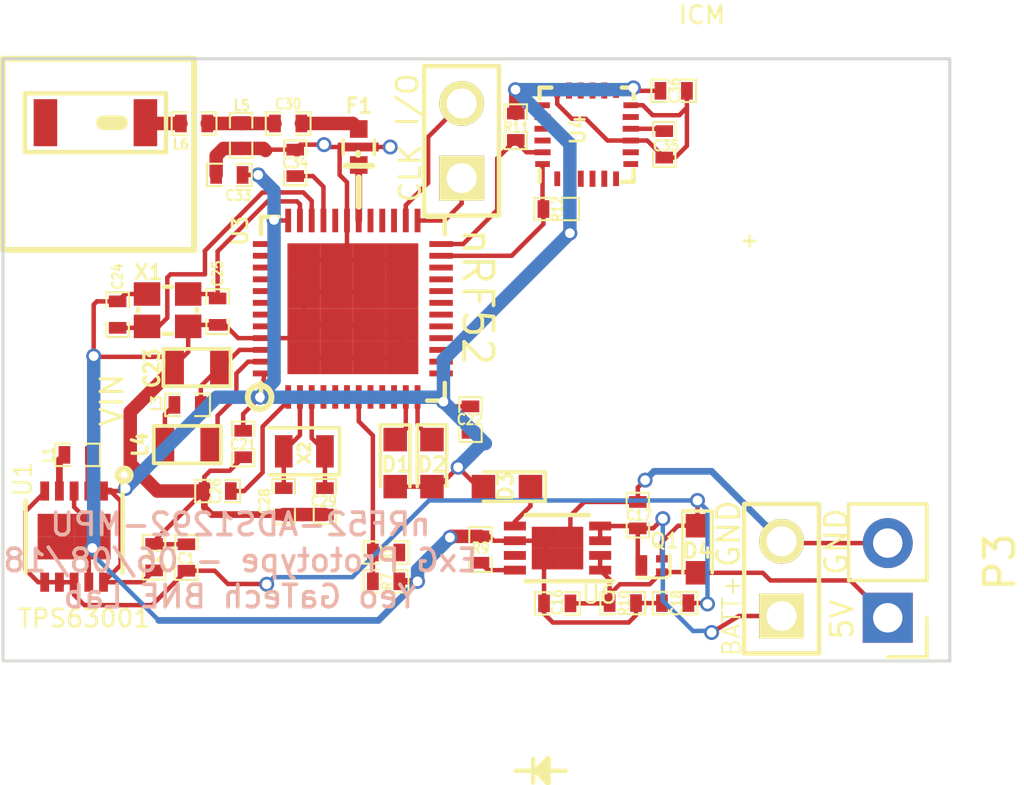
<source format=kicad_pcb>
(kicad_pcb (version 20171130) (host pcbnew "(5.0.0)")

  (general
    (thickness 1.6)
    (drawings 35)
    (tracks 366)
    (zones 0)
    (modules 45)
    (nets 78)
  )

  (page A3)
  (layers
    (0 F.Cu signal)
    (31 B.Cu signal)
    (32 B.Adhes user hide)
    (33 F.Adhes user hide)
    (34 B.Paste user)
    (35 F.Paste user hide)
    (36 B.SilkS user hide)
    (37 F.SilkS user)
    (38 B.Mask user hide)
    (39 F.Mask user hide)
    (40 Dwgs.User user hide)
    (41 Cmts.User user)
    (42 Eco1.User user)
    (43 Eco2.User user)
    (44 Edge.Cuts user)
  )

  (setup
    (last_trace_width 0.4572)
    (user_trace_width 0.152)
    (user_trace_width 0.229)
    (trace_clearance 0.1524)
    (zone_clearance 0.508)
    (zone_45_only yes)
    (trace_min 0.05)
    (segment_width 0.2)
    (edge_width 0.1)
    (via_size 0.508)
    (via_drill 0.3302)
    (via_min_size 0.152)
    (via_min_drill 0.3302)
    (uvia_size 0.508)
    (uvia_drill 0.3302)
    (uvias_allowed no)
    (uvia_min_size 0.13)
    (uvia_min_drill 0.3302)
    (pcb_text_width 0.3)
    (pcb_text_size 1.5 1.5)
    (mod_edge_width 0.15)
    (mod_text_size 1 1)
    (mod_text_width 0.15)
    (pad_size 0.5 0.195)
    (pad_drill 0)
    (pad_to_mask_clearance 0.015)
    (aux_axis_origin 0 0)
    (visible_elements 7FFEFFBF)
    (pcbplotparams
      (layerselection 0x010f0_80000001)
      (usegerberextensions true)
      (usegerberattributes false)
      (usegerberadvancedattributes false)
      (creategerberjobfile false)
      (excludeedgelayer true)
      (linewidth 0.150000)
      (plotframeref false)
      (viasonmask false)
      (mode 1)
      (useauxorigin false)
      (hpglpennumber 1)
      (hpglpenspeed 20)
      (hpglpendiameter 15.000000)
      (psnegative false)
      (psa4output false)
      (plotreference true)
      (plotvalue true)
      (plotinvisibletext false)
      (padsonsilk false)
      (subtractmaskfromsilk false)
      (outputformat 1)
      (mirror false)
      (drillshape 0)
      (scaleselection 1)
      (outputdirectory "output_gerbers/"))
  )

  (net 0 "")
  (net 1 /DEC1)
  (net 2 /DEC2)
  (net 3 /RF)
  (net 4 /SPI_SCLK)
  (net 5 /SPI_~CS)
  (net 6 /SWDCLK)
  (net 7 /SWDIO)
  (net 8 /~DRDY)
  (net 9 "Net-(A1-Pad1)")
  (net 10 "Net-(A1-Pad2)")
  (net 11 "Net-(L3-Pad1)")
  (net 12 DVDD)
  (net 13 /DIN)
  (net 14 /DOUT)
  (net 15 VCC)
  (net 16 "Net-(C30-Pad2)")
  (net 17 "Net-(L1-Pad1)")
  (net 18 "Net-(U3-Pad28)")
  (net 19 "Net-(U3-Pad27)")
  (net 20 "Net-(U3-Pad10)")
  (net 21 "Net-(U3-Pad4)")
  (net 22 "Net-(U3-Pad22)")
  (net 23 "Net-(U3-Pad21)")
  (net 24 "Net-(U3-Pad41)")
  (net 25 "Net-(U3-Pad42)")
  (net 26 "Net-(U3-Pad40)")
  (net 27 "Net-(U3-Pad43)")
  (net 28 "Net-(U3-Pad44)")
  (net 29 /LED2)
  (net 30 /LED3)
  (net 31 /~PWDN/RESET)
  (net 32 "Net-(U3-Pad5)")
  (net 33 "Net-(U3-Pad20)")
  (net 34 "Net-(C23-Pad1)")
  (net 35 "Net-(C24-Pad2)")
  (net 36 "Net-(C25-Pad2)")
  (net 37 "Net-(C28-Pad1)")
  (net 38 "Net-(C29-Pad1)")
  (net 39 "Net-(L4-Pad1)")
  (net 40 "Net-(U3-Pad29)")
  (net 41 "Net-(F1-Pad2)")
  (net 42 /DEC3)
  (net 43 "Net-(U3-Pad37)")
  (net 44 "Net-(U3-Pad38)")
  (net 45 "Net-(U3-Pad39)")
  (net 46 "Net-(C35-Pad1)")
  (net 47 /SDI)
  (net 48 /SCL)
  (net 49 "Net-(U4-Pad1)")
  (net 50 "Net-(U4-Pad2)")
  (net 51 "Net-(U4-Pad3)")
  (net 52 "Net-(U4-Pad4)")
  (net 53 "Net-(U4-Pad5)")
  (net 54 "Net-(U4-Pad6)")
  (net 55 "Net-(U4-Pad7)")
  (net 56 "Net-(U4-Pad8)")
  (net 57 "Net-(U4-Pad11)")
  (net 58 "Net-(U4-Pad14)")
  (net 59 "Net-(U4-Pad15)")
  (net 60 "Net-(U4-Pad16)")
  (net 61 "Net-(U4-Pad17)")
  (net 62 "Net-(U4-Pad19)")
  (net 63 "Net-(U4-Pad20)")
  (net 64 "Net-(U4-Pad21)")
  (net 65 "Net-(U4-Pad22)")
  (net 66 DGND)
  (net 67 "Net-(L1-Pad2)")
  (net 68 "Net-(C14-Pad1)")
  (net 69 /AIN_BAT_DIV_VOLTAGE)
  (net 70 "Net-(U3-Pad9)")
  (net 71 /LOAD_SW_CTRL)
  (net 72 5V_in_charge)
  (net 73 "Net-(D3-Pad1)")
  (net 74 "Net-(R9-Pad1)")
  (net 75 "Net-(U3-Pad8)")
  (net 76 "Net-(U6-Pad7)")
  (net 77 /BATT_IN)

  (net_class Default "This is the default net class."
    (clearance 0.1524)
    (trace_width 0.4572)
    (via_dia 0.508)
    (via_drill 0.3302)
    (uvia_dia 0.508)
    (uvia_drill 0.3302)
    (add_net /AIN_BAT_DIV_VOLTAGE)
    (add_net /BATT_IN)
    (add_net /DEC1)
    (add_net /DEC2)
    (add_net /DEC3)
    (add_net /DIN)
    (add_net /DOUT)
    (add_net /LED2)
    (add_net /LED3)
    (add_net /LOAD_SW_CTRL)
    (add_net /RF)
    (add_net /SCL)
    (add_net /SDI)
    (add_net /SPI_SCLK)
    (add_net /SPI_~CS)
    (add_net /SWDCLK)
    (add_net /SWDIO)
    (add_net /~DRDY)
    (add_net /~PWDN/RESET)
    (add_net 5V_in_charge)
    (add_net DGND)
    (add_net DVDD)
    (add_net "Net-(A1-Pad1)")
    (add_net "Net-(A1-Pad2)")
    (add_net "Net-(C14-Pad1)")
    (add_net "Net-(C23-Pad1)")
    (add_net "Net-(C24-Pad2)")
    (add_net "Net-(C25-Pad2)")
    (add_net "Net-(C28-Pad1)")
    (add_net "Net-(C29-Pad1)")
    (add_net "Net-(C30-Pad2)")
    (add_net "Net-(C35-Pad1)")
    (add_net "Net-(D3-Pad1)")
    (add_net "Net-(F1-Pad2)")
    (add_net "Net-(L1-Pad1)")
    (add_net "Net-(L1-Pad2)")
    (add_net "Net-(L3-Pad1)")
    (add_net "Net-(L4-Pad1)")
    (add_net "Net-(R9-Pad1)")
    (add_net "Net-(U3-Pad10)")
    (add_net "Net-(U3-Pad20)")
    (add_net "Net-(U3-Pad21)")
    (add_net "Net-(U3-Pad22)")
    (add_net "Net-(U3-Pad27)")
    (add_net "Net-(U3-Pad28)")
    (add_net "Net-(U3-Pad29)")
    (add_net "Net-(U3-Pad37)")
    (add_net "Net-(U3-Pad38)")
    (add_net "Net-(U3-Pad39)")
    (add_net "Net-(U3-Pad4)")
    (add_net "Net-(U3-Pad40)")
    (add_net "Net-(U3-Pad41)")
    (add_net "Net-(U3-Pad42)")
    (add_net "Net-(U3-Pad43)")
    (add_net "Net-(U3-Pad44)")
    (add_net "Net-(U3-Pad5)")
    (add_net "Net-(U3-Pad8)")
    (add_net "Net-(U3-Pad9)")
    (add_net "Net-(U4-Pad1)")
    (add_net "Net-(U4-Pad11)")
    (add_net "Net-(U4-Pad14)")
    (add_net "Net-(U4-Pad15)")
    (add_net "Net-(U4-Pad16)")
    (add_net "Net-(U4-Pad17)")
    (add_net "Net-(U4-Pad19)")
    (add_net "Net-(U4-Pad2)")
    (add_net "Net-(U4-Pad20)")
    (add_net "Net-(U4-Pad21)")
    (add_net "Net-(U4-Pad22)")
    (add_net "Net-(U4-Pad3)")
    (add_net "Net-(U4-Pad4)")
    (add_net "Net-(U4-Pad5)")
    (add_net "Net-(U4-Pad6)")
    (add_net "Net-(U4-Pad7)")
    (add_net "Net-(U4-Pad8)")
    (add_net "Net-(U6-Pad7)")
    (add_net VCC)
  )

  (module Pin_Headers:Pin_Header_Straight_1x02_Pitch2.54mm (layer F.Cu) (tedit 5B327F2E) (tstamp 5B17DBDC)
    (at 295.99 144.51 180)
    (descr "Through hole straight pin header, 1x02, 2.54mm pitch, single row")
    (tags "Through hole pin header THT 1x02 2.54mm single row")
    (path /5B173A12)
    (fp_text reference P3 (at -3.81 1.9 270) (layer F.SilkS)
      (effects (font (size 1 1) (thickness 0.15)))
    )
    (fp_text value CONN_2 (at 0 4.87 180) (layer F.Fab)
      (effects (font (size 1 1) (thickness 0.15)))
    )
    (fp_line (start -0.635 -1.27) (end 1.27 -1.27) (layer F.Fab) (width 0.1))
    (fp_line (start 1.27 -1.27) (end 1.27 3.81) (layer F.Fab) (width 0.1))
    (fp_line (start 1.27 3.81) (end -1.27 3.81) (layer F.Fab) (width 0.1))
    (fp_line (start -1.27 3.81) (end -1.27 -0.635) (layer F.Fab) (width 0.1))
    (fp_line (start -1.27 -0.635) (end -0.635 -1.27) (layer F.Fab) (width 0.1))
    (fp_line (start -1.33 3.87) (end 1.33 3.87) (layer F.SilkS) (width 0.12))
    (fp_line (start -1.33 1.27) (end -1.33 3.87) (layer F.SilkS) (width 0.12))
    (fp_line (start 1.33 1.27) (end 1.33 3.87) (layer F.SilkS) (width 0.12))
    (fp_line (start -1.33 1.27) (end 1.33 1.27) (layer F.SilkS) (width 0.12))
    (fp_line (start -1.33 0) (end -1.33 -1.33) (layer F.SilkS) (width 0.12))
    (fp_line (start -1.33 -1.33) (end 0 -1.33) (layer F.SilkS) (width 0.12))
    (fp_line (start -1.8 -1.8) (end -1.8 4.35) (layer F.CrtYd) (width 0.05))
    (fp_line (start -1.8 4.35) (end 1.8 4.35) (layer F.CrtYd) (width 0.05))
    (fp_line (start 1.8 4.35) (end 1.8 -1.8) (layer F.CrtYd) (width 0.05))
    (fp_line (start 1.8 -1.8) (end -1.8 -1.8) (layer F.CrtYd) (width 0.05))
    (fp_text user %R (at 0 1.27 270) (layer F.Fab)
      (effects (font (size 1 1) (thickness 0.15)))
    )
    (pad 1 thru_hole rect (at 0 0 180) (size 1.7 1.7) (drill 1) (layers *.Cu *.Mask)
      (net 72 5V_in_charge))
    (pad 2 thru_hole oval (at 0 2.54 180) (size 1.7 1.7) (drill 1) (layers *.Cu *.Mask)
      (net 66 DGND))
    (model ${KISYS3DMOD}/Pin_Headers.3dshapes/Pin_Header_Straight_1x02_Pitch2.54mm.wrl
      (at (xyz 0 0 0))
      (scale (xyz 1 1 1))
      (rotate (xyz 0 0 0))
    )
  )

  (module SM0402 (layer F.Cu) (tedit 59C831F0) (tstamp 59C830FA)
    (at 278.93 142.29)
    (path /59C8E5B5)
    (attr smd)
    (fp_text reference R5 (at 0.02 0.03 90) (layer F.SilkS)
      (effects (font (size 0.35052 0.3048) (thickness 0.07112)))
    )
    (fp_text value 1M (at 0.09906 0) (layer F.SilkS) hide
      (effects (font (size 0.35052 0.3048) (thickness 0.07112)))
    )
    (fp_line (start -0.254 -0.381) (end -0.762 -0.381) (layer F.SilkS) (width 0.07112))
    (fp_line (start -0.762 -0.381) (end -0.762 0.381) (layer F.SilkS) (width 0.07112))
    (fp_line (start -0.762 0.381) (end -0.254 0.381) (layer F.SilkS) (width 0.07112))
    (fp_line (start 0.254 -0.381) (end 0.762 -0.381) (layer F.SilkS) (width 0.07112))
    (fp_line (start 0.762 -0.381) (end 0.762 0.381) (layer F.SilkS) (width 0.07112))
    (fp_line (start 0.762 0.381) (end 0.254 0.381) (layer F.SilkS) (width 0.07112))
    (pad 1 smd rect (at -0.44958 0) (size 0.39878 0.59944) (layers F.Cu F.Paste F.Mask)
      (net 69 /AIN_BAT_DIV_VOLTAGE))
    (pad 2 smd rect (at 0.44958 0) (size 0.39878 0.59944) (layers F.Cu F.Paste F.Mask)
      (net 68 "Net-(C14-Pad1)"))
    (model smd\chip_cms.wrl
      (offset (xyz 0 0 0.05079999923706055))
      (scale (xyz 0.05 0.05 0.05))
      (rotate (xyz 0 0 0))
    )
  )

  (module LEDs:LED_0603 (layer F.Cu) (tedit 5B326FF0) (tstamp 5B32700F)
    (at 289.52 142.18 270)
    (descr "LED 0603 smd package")
    (tags "LED led 0603 SMD smd SMT smt smdled SMDLED smtled SMTLED")
    (path /5B32763D)
    (attr smd)
    (fp_text reference D4 (at 0.05 0) (layer F.SilkS)
      (effects (font (size 0.5 0.5) (thickness 0.1)))
    )
    (fp_text value D_Schottky (at 0 1.35 270) (layer F.Fab)
      (effects (font (size 1 1) (thickness 0.15)))
    )
    (fp_line (start -1.3 -0.5) (end -1.3 0.5) (layer F.SilkS) (width 0.12))
    (fp_line (start -0.2 -0.2) (end -0.2 0.2) (layer F.Fab) (width 0.1))
    (fp_line (start -0.15 0) (end 0.15 -0.2) (layer F.Fab) (width 0.1))
    (fp_line (start 0.15 0.2) (end -0.15 0) (layer F.Fab) (width 0.1))
    (fp_line (start 0.15 -0.2) (end 0.15 0.2) (layer F.Fab) (width 0.1))
    (fp_line (start 0.8 0.4) (end -0.8 0.4) (layer F.Fab) (width 0.1))
    (fp_line (start 0.8 -0.4) (end 0.8 0.4) (layer F.Fab) (width 0.1))
    (fp_line (start -0.8 -0.4) (end 0.8 -0.4) (layer F.Fab) (width 0.1))
    (fp_line (start -0.8 0.4) (end -0.8 -0.4) (layer F.Fab) (width 0.1))
    (fp_line (start -1.3 0.5) (end 0.8 0.5) (layer F.SilkS) (width 0.12))
    (fp_line (start -1.3 -0.5) (end 0.8 -0.5) (layer F.SilkS) (width 0.12))
    (fp_line (start 1.45 -0.65) (end 1.45 0.65) (layer F.CrtYd) (width 0.05))
    (fp_line (start 1.45 0.65) (end -1.45 0.65) (layer F.CrtYd) (width 0.05))
    (fp_line (start -1.45 0.65) (end -1.45 -0.65) (layer F.CrtYd) (width 0.05))
    (fp_line (start -1.45 -0.65) (end 1.45 -0.65) (layer F.CrtYd) (width 0.05))
    (pad 2 smd rect (at 0.8 0 90) (size 0.8 0.8) (layers F.Cu F.Paste F.Mask)
      (net 72 5V_in_charge))
    (pad 1 smd rect (at -0.8 0 90) (size 0.8 0.8) (layers F.Cu F.Paste F.Mask)
      (net 15 VCC))
    (model LEDs.3dshapes/LED_0603.wrl
      (at (xyz 0 0 0))
      (scale (xyz 1 1 1))
      (rotate (xyz 0 0 180))
    )
  )

  (module SM0402 (layer F.Cu) (tedit 5B326FE4) (tstamp 5B326FEC)
    (at 288.76 144.01)
    (path /5B33A20E)
    (attr smd)
    (fp_text reference C18 (at 0.05 0 90) (layer F.SilkS)
      (effects (font (size 0.35052 0.3048) (thickness 0.07112)))
    )
    (fp_text value 1.0uF (at 0.09906 0) (layer F.SilkS) hide
      (effects (font (size 0.35052 0.3048) (thickness 0.07112)))
    )
    (fp_line (start -0.254 -0.381) (end -0.762 -0.381) (layer F.SilkS) (width 0.07112))
    (fp_line (start -0.762 -0.381) (end -0.762 0.381) (layer F.SilkS) (width 0.07112))
    (fp_line (start -0.762 0.381) (end -0.254 0.381) (layer F.SilkS) (width 0.07112))
    (fp_line (start 0.254 -0.381) (end 0.762 -0.381) (layer F.SilkS) (width 0.07112))
    (fp_line (start 0.762 -0.381) (end 0.762 0.381) (layer F.SilkS) (width 0.07112))
    (fp_line (start 0.762 0.381) (end 0.254 0.381) (layer F.SilkS) (width 0.07112))
    (pad 1 smd rect (at -0.44958 0) (size 0.39878 0.59944) (layers F.Cu F.Paste F.Mask)
      (net 66 DGND))
    (pad 2 smd rect (at 0.44958 0) (size 0.39878 0.59944) (layers F.Cu F.Paste F.Mask)
      (net 15 VCC))
    (model smd\chip_cms.wrl
      (offset (xyz 0 0 0.05079999923706055))
      (scale (xyz 0.05 0.05 0.05))
      (rotate (xyz 0 0 0))
    )
  )

  (module SM0402 (layer F.Cu) (tedit 5B326FD9) (tstamp 5B326FD3)
    (at 286.98 144.01)
    (path /5B327772)
    (attr smd)
    (fp_text reference R10 (at 0.05 0 90) (layer F.SilkS)
      (effects (font (size 0.35052 0.3048) (thickness 0.07112)))
    )
    (fp_text value 100k (at 0.09906 0) (layer F.SilkS) hide
      (effects (font (size 0.35052 0.3048) (thickness 0.07112)))
    )
    (fp_line (start -0.254 -0.381) (end -0.762 -0.381) (layer F.SilkS) (width 0.07112))
    (fp_line (start -0.762 -0.381) (end -0.762 0.381) (layer F.SilkS) (width 0.07112))
    (fp_line (start -0.762 0.381) (end -0.254 0.381) (layer F.SilkS) (width 0.07112))
    (fp_line (start 0.254 -0.381) (end 0.762 -0.381) (layer F.SilkS) (width 0.07112))
    (fp_line (start 0.762 -0.381) (end 0.762 0.381) (layer F.SilkS) (width 0.07112))
    (fp_line (start 0.762 0.381) (end 0.254 0.381) (layer F.SilkS) (width 0.07112))
    (pad 1 smd rect (at -0.44958 0) (size 0.39878 0.59944) (layers F.Cu F.Paste F.Mask)
      (net 72 5V_in_charge))
    (pad 2 smd rect (at 0.44958 0) (size 0.39878 0.59944) (layers F.Cu F.Paste F.Mask)
      (net 66 DGND))
    (model smd\chip_cms.wrl
      (offset (xyz 0 0 0.05079999923706055))
      (scale (xyz 0.05 0.05 0.05))
      (rotate (xyz 0 0 0))
    )
  )

  (module SM0402 (layer F.Cu) (tedit 5B17002C) (tstamp 5B17004D)
    (at 284.75 144.02 180)
    (path /5B1764C1)
    (attr smd)
    (fp_text reference C16 (at 0 0.04 270) (layer F.SilkS)
      (effects (font (size 0.35052 0.3048) (thickness 0.07112)))
    )
    (fp_text value 4.7uF (at 0.09906 0 180) (layer F.SilkS) hide
      (effects (font (size 0.35052 0.3048) (thickness 0.07112)))
    )
    (fp_line (start -0.254 -0.381) (end -0.762 -0.381) (layer F.SilkS) (width 0.07112))
    (fp_line (start -0.762 -0.381) (end -0.762 0.381) (layer F.SilkS) (width 0.07112))
    (fp_line (start -0.762 0.381) (end -0.254 0.381) (layer F.SilkS) (width 0.07112))
    (fp_line (start 0.254 -0.381) (end 0.762 -0.381) (layer F.SilkS) (width 0.07112))
    (fp_line (start 0.762 -0.381) (end 0.762 0.381) (layer F.SilkS) (width 0.07112))
    (fp_line (start 0.762 0.381) (end 0.254 0.381) (layer F.SilkS) (width 0.07112))
    (pad 1 smd rect (at -0.44958 0 180) (size 0.39878 0.59944) (layers F.Cu F.Paste F.Mask)
      (net 72 5V_in_charge))
    (pad 2 smd rect (at 0.44958 0 180) (size 0.39878 0.59944) (layers F.Cu F.Paste F.Mask)
      (net 66 DGND))
    (model smd\chip_cms.wrl
      (offset (xyz 0 0 0.05079999923706055))
      (scale (xyz 0.05 0.05 0.05))
      (rotate (xyz 0 0 0))
    )
  )

  (module SM0402 (layer F.Cu) (tedit 5B17DB15) (tstamp 5B17DB0E)
    (at 282.14 142.19 90)
    (path /5B1793C8)
    (attr smd)
    (fp_text reference R9 (at 0.05 0 180) (layer F.SilkS)
      (effects (font (size 0.35052 0.3048) (thickness 0.07112)))
    )
    (fp_text value 2k (at 0.09906 0 90) (layer F.SilkS) hide
      (effects (font (size 0.35052 0.3048) (thickness 0.07112)))
    )
    (fp_line (start -0.254 -0.381) (end -0.762 -0.381) (layer F.SilkS) (width 0.07112))
    (fp_line (start -0.762 -0.381) (end -0.762 0.381) (layer F.SilkS) (width 0.07112))
    (fp_line (start -0.762 0.381) (end -0.254 0.381) (layer F.SilkS) (width 0.07112))
    (fp_line (start 0.254 -0.381) (end 0.762 -0.381) (layer F.SilkS) (width 0.07112))
    (fp_line (start 0.762 -0.381) (end 0.762 0.381) (layer F.SilkS) (width 0.07112))
    (fp_line (start 0.762 0.381) (end 0.254 0.381) (layer F.SilkS) (width 0.07112))
    (pad 1 smd rect (at -0.44958 0 90) (size 0.39878 0.59944) (layers F.Cu F.Paste F.Mask)
      (net 74 "Net-(R9-Pad1)"))
    (pad 2 smd rect (at 0.44958 0 90) (size 0.39878 0.59944) (layers F.Cu F.Paste F.Mask)
      (net 66 DGND))
    (model smd\chip_cms.wrl
      (offset (xyz 0 0 0.05079999923706055))
      (scale (xyz 0.05 0.05 0.05))
      (rotate (xyz 0 0 0))
    )
  )

  (module SM0402 (layer F.Cu) (tedit 5B170032) (tstamp 5B170040)
    (at 287.49 141.02 90)
    (path /5B176D1F)
    (attr smd)
    (fp_text reference C17 (at 0 0.04 180) (layer F.SilkS)
      (effects (font (size 0.35052 0.3048) (thickness 0.07112)))
    )
    (fp_text value 4.7uF (at 0.09906 0 90) (layer F.SilkS) hide
      (effects (font (size 0.35052 0.3048) (thickness 0.07112)))
    )
    (fp_line (start -0.254 -0.381) (end -0.762 -0.381) (layer F.SilkS) (width 0.07112))
    (fp_line (start -0.762 -0.381) (end -0.762 0.381) (layer F.SilkS) (width 0.07112))
    (fp_line (start -0.762 0.381) (end -0.254 0.381) (layer F.SilkS) (width 0.07112))
    (fp_line (start 0.254 -0.381) (end 0.762 -0.381) (layer F.SilkS) (width 0.07112))
    (fp_line (start 0.762 -0.381) (end 0.762 0.381) (layer F.SilkS) (width 0.07112))
    (fp_line (start 0.762 0.381) (end 0.254 0.381) (layer F.SilkS) (width 0.07112))
    (pad 1 smd rect (at -0.44958 0 90) (size 0.39878 0.59944) (layers F.Cu F.Paste F.Mask)
      (net 77 /BATT_IN))
    (pad 2 smd rect (at 0.44958 0 90) (size 0.39878 0.59944) (layers F.Cu F.Paste F.Mask)
      (net 66 DGND))
    (model smd\chip_cms.wrl
      (offset (xyz 0 0 0.05079999923706055))
      (scale (xyz 0.05 0.05 0.05))
      (rotate (xyz 0 0 0))
    )
  )

  (module LEDs:LED_0603 (layer F.Cu) (tedit 5B170015) (tstamp 5B170012)
    (at 283.04 140.05 180)
    (descr "LED 0603 smd package")
    (tags "LED led 0603 SMD smd SMT smt smdled SMDLED smtled SMTLED")
    (path /5B177CDC)
    (attr smd)
    (fp_text reference D3 (at 0.05 0 270) (layer F.SilkS)
      (effects (font (size 0.5 0.5) (thickness 0.1)))
    )
    (fp_text value LED (at 0 1.35 180) (layer F.Fab)
      (effects (font (size 1 1) (thickness 0.15)))
    )
    (fp_line (start -1.3 -0.5) (end -1.3 0.5) (layer F.SilkS) (width 0.12))
    (fp_line (start -0.2 -0.2) (end -0.2 0.2) (layer F.Fab) (width 0.1))
    (fp_line (start -0.15 0) (end 0.15 -0.2) (layer F.Fab) (width 0.1))
    (fp_line (start 0.15 0.2) (end -0.15 0) (layer F.Fab) (width 0.1))
    (fp_line (start 0.15 -0.2) (end 0.15 0.2) (layer F.Fab) (width 0.1))
    (fp_line (start 0.8 0.4) (end -0.8 0.4) (layer F.Fab) (width 0.1))
    (fp_line (start 0.8 -0.4) (end 0.8 0.4) (layer F.Fab) (width 0.1))
    (fp_line (start -0.8 -0.4) (end 0.8 -0.4) (layer F.Fab) (width 0.1))
    (fp_line (start -0.8 0.4) (end -0.8 -0.4) (layer F.Fab) (width 0.1))
    (fp_line (start -1.3 0.5) (end 0.8 0.5) (layer F.SilkS) (width 0.12))
    (fp_line (start -1.3 -0.5) (end 0.8 -0.5) (layer F.SilkS) (width 0.12))
    (fp_line (start 1.45 -0.65) (end 1.45 0.65) (layer F.CrtYd) (width 0.05))
    (fp_line (start 1.45 0.65) (end -1.45 0.65) (layer F.CrtYd) (width 0.05))
    (fp_line (start -1.45 0.65) (end -1.45 -0.65) (layer F.CrtYd) (width 0.05))
    (fp_line (start -1.45 -0.65) (end 1.45 -0.65) (layer F.CrtYd) (width 0.05))
    (pad 2 smd rect (at 0.8 0) (size 0.8 0.8) (layers F.Cu F.Paste F.Mask)
      (net 12 DVDD))
    (pad 1 smd rect (at -0.8 0) (size 0.8 0.8) (layers F.Cu F.Paste F.Mask)
      (net 73 "Net-(D3-Pad1)"))
    (model LEDs.3dshapes/LED_0603.wrl
      (at (xyz 0 0 0))
      (scale (xyz 1 1 1))
      (rotate (xyz 0 0 180))
    )
  )

  (module SM0402 (layer F.Cu) (tedit 59C83089) (tstamp 59C831D7)
    (at 281.8 137.77 270)
    (path /5980CF43)
    (attr smd)
    (fp_text reference C22 (at 0 0.02) (layer F.SilkS)
      (effects (font (size 0.35052 0.3048) (thickness 0.07112)))
    )
    (fp_text value 100nF (at 0.09906 0 270) (layer F.SilkS) hide
      (effects (font (size 0.35052 0.3048) (thickness 0.07112)))
    )
    (fp_line (start -0.254 -0.381) (end -0.762 -0.381) (layer F.SilkS) (width 0.07112))
    (fp_line (start -0.762 -0.381) (end -0.762 0.381) (layer F.SilkS) (width 0.07112))
    (fp_line (start -0.762 0.381) (end -0.254 0.381) (layer F.SilkS) (width 0.07112))
    (fp_line (start 0.254 -0.381) (end 0.762 -0.381) (layer F.SilkS) (width 0.07112))
    (fp_line (start 0.762 -0.381) (end 0.762 0.381) (layer F.SilkS) (width 0.07112))
    (fp_line (start 0.762 0.381) (end 0.254 0.381) (layer F.SilkS) (width 0.07112))
    (pad 1 smd rect (at -0.44958 0 270) (size 0.39878 0.59944) (layers F.Cu F.Paste F.Mask)
      (net 12 DVDD))
    (pad 2 smd rect (at 0.44958 0 270) (size 0.39878 0.59944) (layers F.Cu F.Paste F.Mask)
      (net 66 DGND))
    (model smd\chip_cms.wrl
      (offset (xyz 0 0 0.05079999923706055))
      (scale (xyz 0.05 0.05 0.05))
      (rotate (xyz 0 0 0))
    )
  )

  (module SM0402 (layer F.Cu) (tedit 5B32773C) (tstamp 59C83113)
    (at 278.93 143.27 180)
    (path /59C8E2A5)
    (attr smd)
    (fp_text reference R7 (at -0.03 -0.01 270) (layer F.SilkS)
      (effects (font (size 0.35052 0.3048) (thickness 0.07112)))
    )
    (fp_text value 1M (at 0.09906 0 180) (layer F.SilkS) hide
      (effects (font (size 0.35052 0.3048) (thickness 0.07112)))
    )
    (fp_line (start -0.254 -0.381) (end -0.762 -0.381) (layer F.SilkS) (width 0.07112))
    (fp_line (start -0.762 -0.381) (end -0.762 0.381) (layer F.SilkS) (width 0.07112))
    (fp_line (start -0.762 0.381) (end -0.254 0.381) (layer F.SilkS) (width 0.07112))
    (fp_line (start 0.254 -0.381) (end 0.762 -0.381) (layer F.SilkS) (width 0.07112))
    (fp_line (start 0.762 -0.381) (end 0.762 0.381) (layer F.SilkS) (width 0.07112))
    (fp_line (start 0.762 0.381) (end 0.254 0.381) (layer F.SilkS) (width 0.07112))
    (pad 1 smd rect (at -0.44958 0 180) (size 0.39878 0.59944) (layers F.Cu F.Paste F.Mask)
      (net 66 DGND))
    (pad 2 smd rect (at 0.44958 0 180) (size 0.39878 0.59944) (layers F.Cu F.Paste F.Mask)
      (net 69 /AIN_BAT_DIV_VOLTAGE))
    (model smd\chip_cms.wrl
      (offset (xyz 0 0 0.05079999923706055))
      (scale (xyz 0.05 0.05 0.05))
      (rotate (xyz 0 0 0))
    )
  )

  (module Housings_DFN_QFN:DFN-10-1EP_3x3mm_Pitch0.5mm (layer F.Cu) (tedit 59C81E5E) (tstamp 59C81258)
    (at 268.32 141.75 270)
    (descr "10-Lead Plastic Dual Flat, No Lead Package (MF) - 3x3x0.9 mm Body [DFN] (see Microchip Packaging Specification 00000049BS.pdf)")
    (tags "DFN 0.5")
    (path /59C82A48)
    (attr smd)
    (fp_text reference U1 (at -1.96 1.75 270) (layer F.SilkS)
      (effects (font (size 0.6 0.6) (thickness 0.08)))
    )
    (fp_text value TPS63001 (at 0 2.575 270) (layer F.Fab)
      (effects (font (size 1 1) (thickness 0.15)))
    )
    (fp_line (start -0.5 -1.5) (end 1.5 -1.5) (layer F.Fab) (width 0.15))
    (fp_line (start 1.5 -1.5) (end 1.5 1.5) (layer F.Fab) (width 0.15))
    (fp_line (start 1.5 1.5) (end -1.5 1.5) (layer F.Fab) (width 0.15))
    (fp_line (start -1.5 1.5) (end -1.5 -0.5) (layer F.Fab) (width 0.15))
    (fp_line (start -1.5 -0.5) (end -0.5 -1.5) (layer F.Fab) (width 0.15))
    (fp_line (start -2.15 -1.85) (end -2.15 1.85) (layer F.CrtYd) (width 0.05))
    (fp_line (start 2.15 -1.85) (end 2.15 1.85) (layer F.CrtYd) (width 0.05))
    (fp_line (start -2.15 -1.85) (end 2.15 -1.85) (layer F.CrtYd) (width 0.05))
    (fp_line (start -2.15 1.85) (end 2.15 1.85) (layer F.CrtYd) (width 0.05))
    (fp_line (start -1.225 1.65) (end 1.225 1.65) (layer F.SilkS) (width 0.15))
    (fp_line (start -1.95 -1.65) (end 1.225 -1.65) (layer F.SilkS) (width 0.15))
    (pad 1 smd rect (at -1.55 -1 270) (size 0.65 0.3) (layers F.Cu F.Paste F.Mask)
      (net 12 DVDD))
    (pad 2 smd rect (at -1.55 -0.5 270) (size 0.65 0.3) (layers F.Cu F.Paste F.Mask)
      (net 67 "Net-(L1-Pad2)"))
    (pad 3 smd rect (at -1.55 0 270) (size 0.65 0.3) (layers F.Cu F.Paste F.Mask)
      (net 66 DGND))
    (pad 4 smd rect (at -1.55 0.5 270) (size 0.65 0.3) (layers F.Cu F.Paste F.Mask)
      (net 17 "Net-(L1-Pad1)"))
    (pad 5 smd rect (at -1.55 1 270) (size 0.65 0.3) (layers F.Cu F.Paste F.Mask)
      (net 15 VCC))
    (pad 6 smd rect (at 1.55 1 270) (size 0.65 0.3) (layers F.Cu F.Paste F.Mask)
      (net 15 VCC))
    (pad 7 smd rect (at 1.55 0.5 270) (size 0.65 0.3) (layers F.Cu F.Paste F.Mask)
      (net 15 VCC))
    (pad 8 smd rect (at 1.55 0 270) (size 0.65 0.3) (layers F.Cu F.Paste F.Mask)
      (net 15 VCC))
    (pad 9 smd rect (at 1.55 -0.5 270) (size 0.65 0.3) (layers F.Cu F.Paste F.Mask)
      (net 66 DGND))
    (pad 10 smd rect (at 1.55 -1 270) (size 0.65 0.3) (layers F.Cu F.Paste F.Mask)
      (net 12 DVDD))
    (pad 11 smd rect (at 0.3875 0.62 270) (size 0.775 1.24) (layers F.Cu F.Paste F.Mask)
      (net 66 DGND) (solder_paste_margin_ratio -0.2))
    (pad 11 smd rect (at 0.3875 -0.62 270) (size 0.775 1.24) (layers F.Cu F.Paste F.Mask)
      (net 66 DGND) (solder_paste_margin_ratio -0.2))
    (pad 11 smd rect (at -0.3875 0.62 270) (size 0.775 1.24) (layers F.Cu F.Paste F.Mask)
      (net 66 DGND) (solder_paste_margin_ratio -0.2))
    (pad 11 smd rect (at -0.3875 -0.62 270) (size 0.775 1.24) (layers F.Cu F.Paste F.Mask)
      (net 66 DGND) (solder_paste_margin_ratio -0.2))
    (model ${KISYS3DMOD}/Housings_DFN_QFN.3dshapes/DFN-10-1EP_3x3mm_Pitch0.5mm.wrl
      (at (xyz 0 0 0))
      (scale (xyz 1 1 1))
      (rotate (xyz 0 0 0))
    )
  )

  (module SM0402 (layer F.Cu) (tedit 59C8120C) (tstamp 59C81209)
    (at 268.44 138.97)
    (path /59CAC3DD)
    (attr smd)
    (fp_text reference L1 (at -1 0 90) (layer F.SilkS)
      (effects (font (size 0.35052 0.3048) (thickness 0.07112)))
    )
    (fp_text value 2.20µH (at 0.09906 0) (layer F.SilkS) hide
      (effects (font (size 0.35052 0.3048) (thickness 0.07112)))
    )
    (fp_line (start -0.254 -0.381) (end -0.762 -0.381) (layer F.SilkS) (width 0.07112))
    (fp_line (start -0.762 -0.381) (end -0.762 0.381) (layer F.SilkS) (width 0.07112))
    (fp_line (start -0.762 0.381) (end -0.254 0.381) (layer F.SilkS) (width 0.07112))
    (fp_line (start 0.254 -0.381) (end 0.762 -0.381) (layer F.SilkS) (width 0.07112))
    (fp_line (start 0.762 -0.381) (end 0.762 0.381) (layer F.SilkS) (width 0.07112))
    (fp_line (start 0.762 0.381) (end 0.254 0.381) (layer F.SilkS) (width 0.07112))
    (pad 1 smd rect (at -0.44958 0) (size 0.39878 0.59944) (layers F.Cu F.Paste F.Mask)
      (net 17 "Net-(L1-Pad1)"))
    (pad 2 smd rect (at 0.44958 0) (size 0.39878 0.59944) (layers F.Cu F.Paste F.Mask)
      (net 67 "Net-(L1-Pad2)"))
    (model smd\chip_cms.wrl
      (offset (xyz 0 0 0.05079999923706055))
      (scale (xyz 0.05 0.05 0.05))
      (rotate (xyz 0 0 0))
    )
  )

  (module SM0402 (layer F.Cu) (tedit 597FDE4B) (tstamp 597FDC66)
    (at 274.07 138.6 90)
    (path /5980E790)
    (attr smd)
    (fp_text reference C21 (at -0.02 0 180) (layer F.SilkS)
      (effects (font (size 0.35052 0.3048) (thickness 0.07112)))
    )
    (fp_text value 4.7µF (at 0.09906 0 90) (layer F.SilkS) hide
      (effects (font (size 0.35052 0.3048) (thickness 0.07112)))
    )
    (fp_line (start -0.254 -0.381) (end -0.762 -0.381) (layer F.SilkS) (width 0.07112))
    (fp_line (start -0.762 -0.381) (end -0.762 0.381) (layer F.SilkS) (width 0.07112))
    (fp_line (start -0.762 0.381) (end -0.254 0.381) (layer F.SilkS) (width 0.07112))
    (fp_line (start 0.254 -0.381) (end 0.762 -0.381) (layer F.SilkS) (width 0.07112))
    (fp_line (start 0.762 -0.381) (end 0.762 0.381) (layer F.SilkS) (width 0.07112))
    (fp_line (start 0.762 0.381) (end 0.254 0.381) (layer F.SilkS) (width 0.07112))
    (pad 1 smd rect (at -0.44958 0 90) (size 0.39878 0.59944) (layers F.Cu F.Paste F.Mask)
      (net 66 DGND))
    (pad 2 smd rect (at 0.44958 0 90) (size 0.39878 0.59944) (layers F.Cu F.Paste F.Mask)
      (net 12 DVDD))
    (model smd\chip_cms.wrl
      (offset (xyz 0 0 0.05079999923706055))
      (scale (xyz 0.05 0.05 0.05))
      (rotate (xyz 0 0 0))
    )
  )

  (module Housings_DFN_QFN:QFN-24_3x3mm_Pitch0.4mm (layer F.Cu) (tedit 597FDE05) (tstamp 597FB5D5)
    (at 285.75 128.08 90)
    (descr "24-Lead Plastic QFN (3mm x 3mm); Pitch 0.4mm")
    (tags "QFN 0.4")
    (path /59857BF3)
    (attr smd)
    (fp_text reference U4 (at 0.16 -0.3 90) (layer F.SilkS)
      (effects (font (size 0.5 0.5) (thickness 0.09)))
    )
    (fp_text value MPU-9250 (at 0 3.25 90) (layer F.Fab)
      (effects (font (size 1 1) (thickness 0.15)))
    )
    (fp_line (start -0.5 -1.5) (end 1.5 -1.5) (layer F.Fab) (width 0.15))
    (fp_line (start 1.5 -1.5) (end 1.5 1.5) (layer F.Fab) (width 0.15))
    (fp_line (start 1.5 1.5) (end -1.5 1.5) (layer F.Fab) (width 0.15))
    (fp_line (start -1.5 1.5) (end -1.5 -0.5) (layer F.Fab) (width 0.15))
    (fp_line (start -1.5 -0.5) (end -0.5 -1.5) (layer F.Fab) (width 0.15))
    (fp_line (start 2.05 -2.05) (end 2.05 2.05) (layer F.CrtYd) (width 0.05))
    (fp_line (start 2.05 2.05) (end -2.05 2.05) (layer F.CrtYd) (width 0.05))
    (fp_line (start -2.05 2.05) (end -2.05 -2.05) (layer F.CrtYd) (width 0.05))
    (fp_line (start -2.05 -2.05) (end 2.05 -2.05) (layer F.CrtYd) (width 0.05))
    (fp_line (start -1.6 1.6) (end -1.6 1.2) (layer F.SilkS) (width 0.15))
    (fp_line (start -1.6 1.6) (end -1.2 1.6) (layer F.SilkS) (width 0.15))
    (fp_line (start 1.6 1.6) (end 1.6 1.2) (layer F.SilkS) (width 0.15))
    (fp_line (start 1.6 1.6) (end 1.2 1.6) (layer F.SilkS) (width 0.15))
    (fp_line (start 1.6 -1.6) (end 1.6 -1.2) (layer F.SilkS) (width 0.15))
    (fp_line (start 1.6 -1.6) (end 1.2 -1.6) (layer F.SilkS) (width 0.15))
    (fp_line (start -1.6 -1.6) (end -1.2 -1.6) (layer F.SilkS) (width 0.15))
    (pad 1 smd rect (at -1.5 -1 90) (size 0.5 0.2) (layers F.Cu F.Paste F.Mask)
      (net 49 "Net-(U4-Pad1)"))
    (pad 2 smd rect (at -1.5 -0.6 90) (size 0.55 0.2) (layers F.Cu F.Paste F.Mask)
      (net 50 "Net-(U4-Pad2)"))
    (pad 3 smd rect (at -1.5 -0.2 90) (size 0.55 0.2) (layers F.Cu F.Paste F.Mask)
      (net 51 "Net-(U4-Pad3)"))
    (pad 4 smd rect (at -1.5 0.2 90) (size 0.55 0.2) (layers F.Cu F.Paste F.Mask)
      (net 52 "Net-(U4-Pad4)"))
    (pad 5 smd rect (at -1.5 0.6 90) (size 0.55 0.2) (layers F.Cu F.Paste F.Mask)
      (net 53 "Net-(U4-Pad5)"))
    (pad 6 smd rect (at -1.5 1 90) (size 0.5 0.2) (layers F.Cu F.Paste F.Mask)
      (net 54 "Net-(U4-Pad6)"))
    (pad 7 smd rect (at -1 1.5 180) (size 0.5 0.2) (layers F.Cu F.Paste F.Mask)
      (net 55 "Net-(U4-Pad7)"))
    (pad 8 smd rect (at -0.6 1.5 180) (size 0.55 0.2) (layers F.Cu F.Paste F.Mask)
      (net 56 "Net-(U4-Pad8)"))
    (pad 9 smd rect (at -0.2 1.5 180) (size 0.55 0.2) (layers F.Cu F.Paste F.Mask)
      (net 66 DGND))
    (pad 10 smd rect (at 0.2 1.5 180) (size 0.55 0.2) (layers F.Cu F.Paste F.Mask)
      (net 46 "Net-(C35-Pad1)"))
    (pad 11 smd rect (at 0.6 1.5 180) (size 0.55 0.2) (layers F.Cu F.Paste F.Mask)
      (net 57 "Net-(U4-Pad11)"))
    (pad 12 smd rect (at 1 1.5 180) (size 0.5 0.2) (layers F.Cu F.Paste F.Mask)
      (net 66 DGND))
    (pad 13 smd rect (at 1.5 1 90) (size 0.5 0.2) (layers F.Cu F.Paste F.Mask)
      (net 12 DVDD))
    (pad 14 smd rect (at 1.5 0.6 90) (size 0.55 0.2) (layers F.Cu F.Paste F.Mask)
      (net 58 "Net-(U4-Pad14)"))
    (pad 15 smd rect (at 1.5 0.2 90) (size 0.55 0.2) (layers F.Cu F.Paste F.Mask)
      (net 59 "Net-(U4-Pad15)"))
    (pad 16 smd rect (at 1.5 -0.2 90) (size 0.55 0.2) (layers F.Cu F.Paste F.Mask)
      (net 60 "Net-(U4-Pad16)"))
    (pad 17 smd rect (at 1.5 -0.6 90) (size 0.55 0.2) (layers F.Cu F.Paste F.Mask)
      (net 61 "Net-(U4-Pad17)"))
    (pad 18 smd rect (at 1.5 -1 90) (size 0.5 0.2) (layers F.Cu F.Paste F.Mask)
      (net 66 DGND))
    (pad 19 smd rect (at 1 -1.5 180) (size 0.5 0.2) (layers F.Cu F.Paste F.Mask)
      (net 62 "Net-(U4-Pad19)"))
    (pad 20 smd rect (at 0.6 -1.5 180) (size 0.55 0.2) (layers F.Cu F.Paste F.Mask)
      (net 63 "Net-(U4-Pad20)"))
    (pad 21 smd rect (at 0.2 -1.5 180) (size 0.55 0.2) (layers F.Cu F.Paste F.Mask)
      (net 64 "Net-(U4-Pad21)"))
    (pad 22 smd rect (at -0.2 -1.5 180) (size 0.55 0.2) (layers F.Cu F.Paste F.Mask)
      (net 65 "Net-(U4-Pad22)"))
    (pad 23 smd rect (at -0.6 -1.5 180) (size 0.55 0.2) (layers F.Cu F.Paste F.Mask)
      (net 48 /SCL))
    (pad 24 smd rect (at -1 -1.5 180) (size 0.5 0.2) (layers F.Cu F.Paste F.Mask)
      (net 47 /SDI))
    (model ${KISYS3DMOD}/Housings_DFN_QFN.3dshapes/QFN-24_3x3mm_Pitch0.4mm.wrl
      (at (xyz 0 0 0))
      (scale (xyz 1 1 1))
      (rotate (xyz 0 0 0))
    )
  )

  (module SM0402 (layer F.Cu) (tedit 59C8293E) (tstamp 597FB8D0)
    (at 284.73 130.61 180)
    (path /5986241E)
    (attr smd)
    (fp_text reference R12 (at -0.02 0 270) (layer F.SilkS)
      (effects (font (size 0.35052 0.3048) (thickness 0.07112)))
    )
    (fp_text value 10k (at 0.09906 0 180) (layer F.SilkS) hide
      (effects (font (size 0.35052 0.3048) (thickness 0.07112)))
    )
    (fp_line (start -0.254 -0.381) (end -0.762 -0.381) (layer F.SilkS) (width 0.07112))
    (fp_line (start -0.762 -0.381) (end -0.762 0.381) (layer F.SilkS) (width 0.07112))
    (fp_line (start -0.762 0.381) (end -0.254 0.381) (layer F.SilkS) (width 0.07112))
    (fp_line (start 0.254 -0.381) (end 0.762 -0.381) (layer F.SilkS) (width 0.07112))
    (fp_line (start 0.762 -0.381) (end 0.762 0.381) (layer F.SilkS) (width 0.07112))
    (fp_line (start 0.762 0.381) (end 0.254 0.381) (layer F.SilkS) (width 0.07112))
    (pad 1 smd rect (at -0.44958 0 180) (size 0.39878 0.59944) (layers F.Cu F.Paste F.Mask)
      (net 12 DVDD))
    (pad 2 smd rect (at 0.44958 0 180) (size 0.39878 0.59944) (layers F.Cu F.Paste F.Mask)
      (net 47 /SDI))
    (model smd\chip_cms.wrl
      (offset (xyz 0 0 0.05079999923706055))
      (scale (xyz 0.05 0.05 0.05))
      (rotate (xyz 0 0 0))
    )
  )

  (module SM0402 (layer F.Cu) (tedit 59C82945) (tstamp 597FB8C1)
    (at 283.34 127.81 270)
    (path /59860BBD)
    (attr smd)
    (fp_text reference R11 (at 0.02 -0.02) (layer F.SilkS)
      (effects (font (size 0.35052 0.3048) (thickness 0.07112)))
    )
    (fp_text value 10k (at 0.09906 0 270) (layer F.SilkS) hide
      (effects (font (size 0.35052 0.3048) (thickness 0.07112)))
    )
    (fp_line (start -0.254 -0.381) (end -0.762 -0.381) (layer F.SilkS) (width 0.07112))
    (fp_line (start -0.762 -0.381) (end -0.762 0.381) (layer F.SilkS) (width 0.07112))
    (fp_line (start -0.762 0.381) (end -0.254 0.381) (layer F.SilkS) (width 0.07112))
    (fp_line (start 0.254 -0.381) (end 0.762 -0.381) (layer F.SilkS) (width 0.07112))
    (fp_line (start 0.762 -0.381) (end 0.762 0.381) (layer F.SilkS) (width 0.07112))
    (fp_line (start 0.762 0.381) (end 0.254 0.381) (layer F.SilkS) (width 0.07112))
    (pad 1 smd rect (at -0.44958 0 270) (size 0.39878 0.59944) (layers F.Cu F.Paste F.Mask)
      (net 12 DVDD))
    (pad 2 smd rect (at 0.44958 0 270) (size 0.39878 0.59944) (layers F.Cu F.Paste F.Mask)
      (net 48 /SCL))
    (model smd\chip_cms.wrl
      (offset (xyz 0 0 0.05079999923706055))
      (scale (xyz 0.05 0.05 0.05))
      (rotate (xyz 0 0 0))
    )
  )

  (module SM0402 (layer F.Cu) (tedit 59C8294A) (tstamp 597FB811)
    (at 288.71 126.59)
    (path /59863F07)
    (attr smd)
    (fp_text reference C36 (at 0.04 -0.01 90) (layer F.SilkS)
      (effects (font (size 0.35052 0.3048) (thickness 0.07112)))
    )
    (fp_text value 100nF (at 0.09906 0) (layer F.SilkS) hide
      (effects (font (size 0.35052 0.3048) (thickness 0.07112)))
    )
    (fp_line (start -0.254 -0.381) (end -0.762 -0.381) (layer F.SilkS) (width 0.07112))
    (fp_line (start -0.762 -0.381) (end -0.762 0.381) (layer F.SilkS) (width 0.07112))
    (fp_line (start -0.762 0.381) (end -0.254 0.381) (layer F.SilkS) (width 0.07112))
    (fp_line (start 0.254 -0.381) (end 0.762 -0.381) (layer F.SilkS) (width 0.07112))
    (fp_line (start 0.762 -0.381) (end 0.762 0.381) (layer F.SilkS) (width 0.07112))
    (fp_line (start 0.762 0.381) (end 0.254 0.381) (layer F.SilkS) (width 0.07112))
    (pad 1 smd rect (at -0.44958 0) (size 0.39878 0.59944) (layers F.Cu F.Paste F.Mask)
      (net 12 DVDD))
    (pad 2 smd rect (at 0.44958 0) (size 0.39878 0.59944) (layers F.Cu F.Paste F.Mask)
      (net 66 DGND))
    (model smd\chip_cms.wrl
      (offset (xyz 0 0 0.05079999923706055))
      (scale (xyz 0.05 0.05 0.05))
      (rotate (xyz 0 0 0))
    )
  )

  (module SM0402 (layer F.Cu) (tedit 59C819FE) (tstamp 597FB7F7)
    (at 288.39 128.41 270)
    (path /59866AA4)
    (attr smd)
    (fp_text reference C35 (at 0.05 -0.06) (layer F.SilkS)
      (effects (font (size 0.35052 0.3048) (thickness 0.07112)))
    )
    (fp_text value 100nF (at 0.09906 0 270) (layer F.SilkS) hide
      (effects (font (size 0.35052 0.3048) (thickness 0.07112)))
    )
    (fp_line (start -0.254 -0.381) (end -0.762 -0.381) (layer F.SilkS) (width 0.07112))
    (fp_line (start -0.762 -0.381) (end -0.762 0.381) (layer F.SilkS) (width 0.07112))
    (fp_line (start -0.762 0.381) (end -0.254 0.381) (layer F.SilkS) (width 0.07112))
    (fp_line (start 0.254 -0.381) (end 0.762 -0.381) (layer F.SilkS) (width 0.07112))
    (fp_line (start 0.762 -0.381) (end 0.762 0.381) (layer F.SilkS) (width 0.07112))
    (fp_line (start 0.762 0.381) (end 0.254 0.381) (layer F.SilkS) (width 0.07112))
    (pad 1 smd rect (at -0.44958 0 270) (size 0.39878 0.59944) (layers F.Cu F.Paste F.Mask)
      (net 46 "Net-(C35-Pad1)"))
    (pad 2 smd rect (at 0.44958 0 270) (size 0.39878 0.59944) (layers F.Cu F.Paste F.Mask)
      (net 66 DGND))
    (model smd\chip_cms.wrl
      (offset (xyz 0 0 0.05079999923706055))
      (scale (xyz 0.05 0.05 0.05))
      (rotate (xyz 0 0 0))
    )
  )

  (module Resistors_SMD:R_0402 locked (layer F.Cu) (tedit 59C828D2) (tstamp 597F84EB)
    (at 278 128.5 90)
    (descr "Resistor SMD 0402, reflow soldering, Vishay (see dcrcw.pdf)")
    (tags "resistor 0402")
    (path /59836850)
    (attr smd)
    (fp_text reference F1 (at 1.4 0.01 180) (layer F.SilkS)
      (effects (font (size 0.5 0.5) (thickness 0.1)))
    )
    (fp_text value 2450FM07A0029 (at 0 1.45 90) (layer F.Fab)
      (effects (font (size 1 1) (thickness 0.15)))
    )
    (fp_text user %R (at 0 -1.35 90) (layer F.Fab)
      (effects (font (size 1 1) (thickness 0.15)))
    )
    (fp_line (start -0.5 0.25) (end -0.5 -0.25) (layer F.Fab) (width 0.1))
    (fp_line (start 0.5 0.25) (end -0.5 0.25) (layer F.Fab) (width 0.1))
    (fp_line (start 0.5 -0.25) (end 0.5 0.25) (layer F.Fab) (width 0.1))
    (fp_line (start -0.5 -0.25) (end 0.5 -0.25) (layer F.Fab) (width 0.1))
    (fp_line (start 0.25 -0.53) (end -0.25 -0.53) (layer F.SilkS) (width 0.12))
    (fp_line (start -0.25 0.53) (end 0.25 0.53) (layer F.SilkS) (width 0.12))
    (fp_line (start -0.8 -0.45) (end 0.8 -0.45) (layer F.CrtYd) (width 0.05))
    (fp_line (start -0.8 -0.45) (end -0.8 0.45) (layer F.CrtYd) (width 0.05))
    (fp_line (start 0.8 0.45) (end 0.8 -0.45) (layer F.CrtYd) (width 0.05))
    (fp_line (start 0.8 0.45) (end -0.8 0.45) (layer F.CrtYd) (width 0.05))
    (pad 1 smd rect (at 0 0.3265 90) (size 0.3 0.7) (layers F.Cu F.Paste F.Mask)
      (net 66 DGND))
    (pad 2 smd rect (at -0.6125 0 90) (size 0.6 0.6) (layers F.Cu F.Paste F.Mask)
      (net 41 "Net-(F1-Pad2)"))
    (pad 4 smd rect (at 0.6125 0 90) (size 0.6 0.6) (layers F.Cu F.Paste F.Mask)
      (net 3 /RF))
    (pad 3 smd rect (at 0 -0.3625 90) (size 0.3 0.7) (layers F.Cu F.Paste F.Mask)
      (net 66 DGND))
    (model ${KISYS3DMOD}/Resistors_SMD.3dshapes/R_0402.wrl
      (at (xyz 0 0 0))
      (scale (xyz 1 1 1))
      (rotate (xyz 0 0 0))
    )
  )

  (module SM0402 (layer F.Cu) (tedit 597F9255) (tstamp 597F9245)
    (at 275.84 129.04 90)
    (path /5981A678)
    (attr smd)
    (fp_text reference C34 (at 0 0 180) (layer F.SilkS)
      (effects (font (size 0.35052 0.3048) (thickness 0.07112)))
    )
    (fp_text value 100pF (at 0.09906 0 90) (layer F.SilkS) hide
      (effects (font (size 0.35052 0.3048) (thickness 0.07112)))
    )
    (fp_line (start -0.254 -0.381) (end -0.762 -0.381) (layer F.SilkS) (width 0.07112))
    (fp_line (start -0.762 -0.381) (end -0.762 0.381) (layer F.SilkS) (width 0.07112))
    (fp_line (start -0.762 0.381) (end -0.254 0.381) (layer F.SilkS) (width 0.07112))
    (fp_line (start 0.254 -0.381) (end 0.762 -0.381) (layer F.SilkS) (width 0.07112))
    (fp_line (start 0.762 -0.381) (end 0.762 0.381) (layer F.SilkS) (width 0.07112))
    (fp_line (start 0.762 0.381) (end 0.254 0.381) (layer F.SilkS) (width 0.07112))
    (pad 1 smd rect (at -0.44958 0 90) (size 0.39878 0.59944) (layers F.Cu F.Paste F.Mask)
      (net 42 /DEC3))
    (pad 2 smd rect (at 0.44958 0 90) (size 0.39878 0.59944) (layers F.Cu F.Paste F.Mask)
      (net 66 DGND))
    (model smd\chip_cms.wrl
      (offset (xyz 0 0 0.05079999923706055))
      (scale (xyz 0.05 0.05 0.05))
      (rotate (xyz 0 0 0))
    )
  )

  (module SM0402 (layer F.Cu) (tedit 597F9C58) (tstamp 597F9134)
    (at 273.6 129.45)
    (path /5980D3F1)
    (attr smd)
    (fp_text reference C33 (at 0.31 0.7) (layer F.SilkS)
      (effects (font (size 0.35052 0.3048) (thickness 0.07112)))
    )
    (fp_text value 100nF (at 0.09906 0) (layer F.SilkS) hide
      (effects (font (size 0.35052 0.3048) (thickness 0.07112)))
    )
    (fp_line (start -0.254 -0.381) (end -0.762 -0.381) (layer F.SilkS) (width 0.07112))
    (fp_line (start -0.762 -0.381) (end -0.762 0.381) (layer F.SilkS) (width 0.07112))
    (fp_line (start -0.762 0.381) (end -0.254 0.381) (layer F.SilkS) (width 0.07112))
    (fp_line (start 0.254 -0.381) (end 0.762 -0.381) (layer F.SilkS) (width 0.07112))
    (fp_line (start 0.762 -0.381) (end 0.762 0.381) (layer F.SilkS) (width 0.07112))
    (fp_line (start 0.762 0.381) (end 0.254 0.381) (layer F.SilkS) (width 0.07112))
    (pad 1 smd rect (at -0.44958 0) (size 0.39878 0.59944) (layers F.Cu F.Paste F.Mask)
      (net 66 DGND))
    (pad 2 smd rect (at 0.44958 0) (size 0.39878 0.59944) (layers F.Cu F.Paste F.Mask)
      (net 12 DVDD))
    (model smd\chip_cms.wrl
      (offset (xyz 0 0 0.05079999923706055))
      (scale (xyz 0.05 0.05 0.05))
      (rotate (xyz 0 0 0))
    )
  )

  (module PIN_ARRAY_2X1 (layer F.Cu) (tedit 597FDA69) (tstamp 583F50DF)
    (at 281.5 128.29 90)
    (descr "Connecteurs 2 pins")
    (tags "CONN DEV")
    (path /588ADF5E)
    (fp_text reference P2 (at 0.075 0 90) (layer F.SilkS) hide
      (effects (font (size 0.508 0.508) (thickness 0.127)))
    )
    (fp_text value CONN_2 (at 0 2.07 90) (layer F.SilkS) hide
      (effects (font (size 0.762 0.762) (thickness 0.1524)))
    )
    (fp_line (start -2.54 1.27) (end -2.54 -1.27) (layer F.SilkS) (width 0.1524))
    (fp_line (start -2.54 -1.27) (end 2.54 -1.27) (layer F.SilkS) (width 0.1524))
    (fp_line (start 2.54 -1.27) (end 2.54 1.27) (layer F.SilkS) (width 0.1524))
    (fp_line (start 2.54 1.27) (end -2.54 1.27) (layer F.SilkS) (width 0.1524))
    (pad 1 thru_hole rect (at -1.27 0 90) (size 1.524 1.524) (drill 1.016) (layers *.Cu *.Mask F.SilkS)
      (net 6 /SWDCLK))
    (pad 2 thru_hole circle (at 1.27 0 90) (size 1.524 1.524) (drill 1.016) (layers *.Cu *.Mask F.SilkS)
      (net 7 /SWDIO))
    (model pin_array/pins_array_2x1.wrl
      (at (xyz 0 0 0))
      (scale (xyz 1 1 1))
      (rotate (xyz 0 0 0))
    )
  )

  (module LEDs:LED_0603 (layer F.Cu) (tedit 5919D101) (tstamp 58D3DEB2)
    (at 280.49 139.25 270)
    (descr "LED 0603 smd package")
    (tags "LED led 0603 SMD smd SMT smt smdled SMDLED smtled SMTLED")
    (path /58D55EDB)
    (attr smd)
    (fp_text reference D2 (at 0.05 0) (layer F.SilkS)
      (effects (font (size 0.5 0.5) (thickness 0.1)))
    )
    (fp_text value LED (at 0 1.35 270) (layer F.Fab)
      (effects (font (size 1 1) (thickness 0.15)))
    )
    (fp_line (start -1.3 -0.5) (end -1.3 0.5) (layer F.SilkS) (width 0.12))
    (fp_line (start -0.2 -0.2) (end -0.2 0.2) (layer F.Fab) (width 0.1))
    (fp_line (start -0.15 0) (end 0.15 -0.2) (layer F.Fab) (width 0.1))
    (fp_line (start 0.15 0.2) (end -0.15 0) (layer F.Fab) (width 0.1))
    (fp_line (start 0.15 -0.2) (end 0.15 0.2) (layer F.Fab) (width 0.1))
    (fp_line (start 0.8 0.4) (end -0.8 0.4) (layer F.Fab) (width 0.1))
    (fp_line (start 0.8 -0.4) (end 0.8 0.4) (layer F.Fab) (width 0.1))
    (fp_line (start -0.8 -0.4) (end 0.8 -0.4) (layer F.Fab) (width 0.1))
    (fp_line (start -0.8 0.4) (end -0.8 -0.4) (layer F.Fab) (width 0.1))
    (fp_line (start -1.3 0.5) (end 0.8 0.5) (layer F.SilkS) (width 0.12))
    (fp_line (start -1.3 -0.5) (end 0.8 -0.5) (layer F.SilkS) (width 0.12))
    (fp_line (start 1.45 -0.65) (end 1.45 0.65) (layer F.CrtYd) (width 0.05))
    (fp_line (start 1.45 0.65) (end -1.45 0.65) (layer F.CrtYd) (width 0.05))
    (fp_line (start -1.45 0.65) (end -1.45 -0.65) (layer F.CrtYd) (width 0.05))
    (fp_line (start -1.45 -0.65) (end 1.45 -0.65) (layer F.CrtYd) (width 0.05))
    (pad 2 smd rect (at 0.8 0 90) (size 0.8 0.8) (layers F.Cu F.Paste F.Mask)
      (net 12 DVDD))
    (pad 1 smd rect (at -0.8 0 90) (size 0.8 0.8) (layers F.Cu F.Paste F.Mask)
      (net 30 /LED3))
    (model LEDs.3dshapes/LED_0603.wrl
      (at (xyz 0 0 0))
      (scale (xyz 1 1 1))
      (rotate (xyz 0 0 180))
    )
  )

  (module SM0402 (layer F.Cu) (tedit 59C8256D) (tstamp 58A7534A)
    (at 271.04 142.45 90)
    (path /58996C2C)
    (attr smd)
    (fp_text reference C2 (at 0.04 0.03) (layer F.SilkS)
      (effects (font (size 0.35052 0.3048) (thickness 0.07112)))
    )
    (fp_text value 22uF (at 0.09906 0 90) (layer F.SilkS) hide
      (effects (font (size 0.35052 0.3048) (thickness 0.07112)))
    )
    (fp_line (start -0.254 -0.381) (end -0.762 -0.381) (layer F.SilkS) (width 0.07112))
    (fp_line (start -0.762 -0.381) (end -0.762 0.381) (layer F.SilkS) (width 0.07112))
    (fp_line (start -0.762 0.381) (end -0.254 0.381) (layer F.SilkS) (width 0.07112))
    (fp_line (start 0.254 -0.381) (end 0.762 -0.381) (layer F.SilkS) (width 0.07112))
    (fp_line (start 0.762 -0.381) (end 0.762 0.381) (layer F.SilkS) (width 0.07112))
    (fp_line (start 0.762 0.381) (end 0.254 0.381) (layer F.SilkS) (width 0.07112))
    (pad 1 smd rect (at -0.44958 0 90) (size 0.39878 0.59944) (layers F.Cu F.Paste F.Mask)
      (net 12 DVDD))
    (pad 2 smd rect (at 0.44958 0 90) (size 0.39878 0.59944) (layers F.Cu F.Paste F.Mask)
      (net 66 DGND))
    (model smd\chip_cms.wrl
      (offset (xyz 0 0 0.05079999923706055))
      (scale (xyz 0.05 0.05 0.05))
      (rotate (xyz 0 0 0))
    )
  )

  (module SM0402 (layer F.Cu) (tedit 59C836AE) (tstamp 58A75325)
    (at 272.14 142.46 90)
    (path /5899631D)
    (attr smd)
    (fp_text reference C1 (at -0.03 -0.01 180) (layer F.SilkS)
      (effects (font (size 0.35052 0.3048) (thickness 0.07112)))
    )
    (fp_text value 10uF (at 0.09906 0 90) (layer F.SilkS) hide
      (effects (font (size 0.35052 0.3048) (thickness 0.07112)))
    )
    (fp_line (start -0.254 -0.381) (end -0.762 -0.381) (layer F.SilkS) (width 0.07112))
    (fp_line (start -0.762 -0.381) (end -0.762 0.381) (layer F.SilkS) (width 0.07112))
    (fp_line (start -0.762 0.381) (end -0.254 0.381) (layer F.SilkS) (width 0.07112))
    (fp_line (start 0.254 -0.381) (end 0.762 -0.381) (layer F.SilkS) (width 0.07112))
    (fp_line (start 0.762 -0.381) (end 0.762 0.381) (layer F.SilkS) (width 0.07112))
    (fp_line (start 0.762 0.381) (end 0.254 0.381) (layer F.SilkS) (width 0.07112))
    (pad 1 smd rect (at -0.44958 0 90) (size 0.39878 0.59944) (layers F.Cu F.Paste F.Mask)
      (net 15 VCC))
    (pad 2 smd rect (at 0.44958 0 90) (size 0.39878 0.59944) (layers F.Cu F.Paste F.Mask)
      (net 66 DGND))
    (model smd\chip_cms.wrl
      (offset (xyz 0 0 0.05079999923706055))
      (scale (xyz 0.05 0.05 0.05))
      (rotate (xyz 0 0 0))
    )
  )

  (module LEDs:LED_0603 (layer F.Cu) (tedit 5919D0FC) (tstamp 58A62A3F)
    (at 279.24 139.25 270)
    (descr "LED 0603 smd package")
    (tags "LED led 0603 SMD smd SMT smt smdled SMDLED smtled SMTLED")
    (path /58A69B25)
    (attr smd)
    (fp_text reference D1 (at 0.05 -0.025) (layer F.SilkS)
      (effects (font (size 0.5 0.5) (thickness 0.1)))
    )
    (fp_text value LED (at 0 1.35 270) (layer F.Fab)
      (effects (font (size 1 1) (thickness 0.15)))
    )
    (fp_line (start -1.3 -0.5) (end -1.3 0.5) (layer F.SilkS) (width 0.12))
    (fp_line (start -0.2 -0.2) (end -0.2 0.2) (layer F.Fab) (width 0.1))
    (fp_line (start -0.15 0) (end 0.15 -0.2) (layer F.Fab) (width 0.1))
    (fp_line (start 0.15 0.2) (end -0.15 0) (layer F.Fab) (width 0.1))
    (fp_line (start 0.15 -0.2) (end 0.15 0.2) (layer F.Fab) (width 0.1))
    (fp_line (start 0.8 0.4) (end -0.8 0.4) (layer F.Fab) (width 0.1))
    (fp_line (start 0.8 -0.4) (end 0.8 0.4) (layer F.Fab) (width 0.1))
    (fp_line (start -0.8 -0.4) (end 0.8 -0.4) (layer F.Fab) (width 0.1))
    (fp_line (start -0.8 0.4) (end -0.8 -0.4) (layer F.Fab) (width 0.1))
    (fp_line (start -1.3 0.5) (end 0.8 0.5) (layer F.SilkS) (width 0.12))
    (fp_line (start -1.3 -0.5) (end 0.8 -0.5) (layer F.SilkS) (width 0.12))
    (fp_line (start 1.45 -0.65) (end 1.45 0.65) (layer F.CrtYd) (width 0.05))
    (fp_line (start 1.45 0.65) (end -1.45 0.65) (layer F.CrtYd) (width 0.05))
    (fp_line (start -1.45 0.65) (end -1.45 -0.65) (layer F.CrtYd) (width 0.05))
    (fp_line (start -1.45 -0.65) (end 1.45 -0.65) (layer F.CrtYd) (width 0.05))
    (pad 2 smd rect (at 0.8 0 90) (size 0.8 0.8) (layers F.Cu F.Paste F.Mask)
      (net 12 DVDD))
    (pad 1 smd rect (at -0.8 0 90) (size 0.8 0.8) (layers F.Cu F.Paste F.Mask)
      (net 29 /LED2))
    (model LEDs.3dshapes/LED_0603.wrl
      (at (xyz 0 0 0))
      (scale (xyz 1 1 1))
      (rotate (xyz 0 0 180))
    )
  )

  (module PIN_ARRAY_2X1 (layer F.Cu) (tedit 597FDA79) (tstamp 5820D0D6)
    (at 292.38 143.18 90)
    (descr "Connecteurs 2 pins")
    (tags "CONN DEV")
    (path /588ADF51)
    (fp_text reference P1 (at 0.075 -0.075 180) (layer F.SilkS) hide
      (effects (font (size 0.508 0.508) (thickness 0.127)))
    )
    (fp_text value CONN_2 (at 0 2.07 90) (layer F.SilkS) hide
      (effects (font (size 0.762 0.762) (thickness 0.1524)))
    )
    (fp_line (start -2.54 1.27) (end -2.54 -1.27) (layer F.SilkS) (width 0.1524))
    (fp_line (start -2.54 -1.27) (end 2.54 -1.27) (layer F.SilkS) (width 0.1524))
    (fp_line (start 2.54 -1.27) (end 2.54 1.27) (layer F.SilkS) (width 0.1524))
    (fp_line (start 2.54 1.27) (end -2.54 1.27) (layer F.SilkS) (width 0.1524))
    (pad 1 thru_hole rect (at -1.27 0 90) (size 1.524 1.524) (drill 1.016) (layers *.Cu *.Mask F.SilkS)
      (net 77 /BATT_IN))
    (pad 2 thru_hole circle (at 1.27 0 90) (size 1.524 1.524) (drill 1.016) (layers *.Cu *.Mask F.SilkS)
      (net 66 DGND))
    (model pin_array/pins_array_2x1.wrl
      (at (xyz 0 0 0))
      (scale (xyz 1 1 1))
      (rotate (xyz 0 0 0))
    )
  )

  (module SM0603 (layer F.Cu) (tedit 597F9506) (tstamp 56CB3FD1)
    (at 272.17 138.62 180)
    (path /598106A2)
    (attr smd)
    (fp_text reference L4 (at 1.6 0 270) (layer F.SilkS)
      (effects (font (size 0.508 0.4572) (thickness 0.1143)))
    )
    (fp_text value 10uH (at 0 0 180) (layer F.SilkS) hide
      (effects (font (size 0.508 0.4572) (thickness 0.1143)))
    )
    (fp_line (start -1.143 -0.635) (end 1.143 -0.635) (layer F.SilkS) (width 0.127))
    (fp_line (start 1.143 -0.635) (end 1.143 0.635) (layer F.SilkS) (width 0.127))
    (fp_line (start 1.143 0.635) (end -1.143 0.635) (layer F.SilkS) (width 0.127))
    (fp_line (start -1.143 0.635) (end -1.143 -0.635) (layer F.SilkS) (width 0.127))
    (pad 1 smd rect (at -0.762 0 180) (size 0.635 1.143) (layers F.Cu F.Paste F.Mask)
      (net 39 "Net-(L4-Pad1)"))
    (pad 2 smd rect (at 0.762 0 180) (size 0.635 1.143) (layers F.Cu F.Paste F.Mask)
      (net 11 "Net-(L3-Pad1)"))
    (model smd\resistors\R0603.wrl
      (offset (xyz 0 0 0.02539999961853028))
      (scale (xyz 0.5 0.5 0.5))
      (rotate (xyz 0 0 0))
    )
  )

  (module CRYSTAL-SMD-2.0MMx1.6MM (layer F.Cu) (tedit 597F94FB) (tstamp 54D00866)
    (at 271.5 134.05)
    (path /598095F5)
    (fp_text reference X1 (at -0.65 -1.3) (layer F.SilkS)
      (effects (font (size 0.5 0.5) (thickness 0.092)))
    )
    (fp_text value Crystal_GND24 (at 0 -0.035355) (layer F.SilkS) hide
      (effects (font (size 0.127 0.127) (thickness 0.03175)))
    )
    (fp_line (start 1 0) (end 1 0.05) (layer F.SilkS) (width 0.15))
    (fp_line (start 1 0) (end 1 -0.05) (layer F.SilkS) (width 0.15))
    (fp_line (start -1 0) (end -1 0.05) (layer F.SilkS) (width 0.15))
    (fp_line (start -1 0) (end -1 -0.05) (layer F.SilkS) (width 0.15))
    (fp_line (start 0 0.8) (end 0.15 0.8) (layer F.SilkS) (width 0.15))
    (fp_line (start 0 0.8) (end -0.15 0.8) (layer F.SilkS) (width 0.15))
    (fp_line (start 0 -0.8) (end 0.15 -0.8) (layer F.SilkS) (width 0.15))
    (fp_line (start 0 -0.8) (end -0.15 -0.8) (layer F.SilkS) (width 0.15))
    (pad 4 smd rect (at -0.7 -0.55) (size 0.9 0.8) (layers F.Cu F.Paste F.Mask)
      (net 66 DGND))
    (pad 3 smd rect (at 0.7 -0.55) (size 0.9 0.8) (layers F.Cu F.Paste F.Mask)
      (net 36 "Net-(C25-Pad2)"))
    (pad 1 smd rect (at -0.7 0.55) (size 0.9 0.8) (layers F.Cu F.Paste F.Mask)
      (net 35 "Net-(C24-Pad2)"))
    (pad 2 smd rect (at 0.7 0.55) (size 0.9 0.8) (layers F.Cu F.Paste F.Mask)
      (net 66 DGND))
  )

  (module SM0402 (layer F.Cu) (tedit 597F8D67) (tstamp 54D00806)
    (at 275.45 140.55 270)
    (path /59805BFF)
    (attr smd)
    (fp_text reference C28 (at 0 0.65 90) (layer F.SilkS)
      (effects (font (size 0.35052 0.3048) (thickness 0.07112)))
    )
    (fp_text value 12pF (at 0.09906 0 270) (layer F.SilkS) hide
      (effects (font (size 0.35052 0.3048) (thickness 0.07112)))
    )
    (fp_line (start -0.254 -0.381) (end -0.762 -0.381) (layer F.SilkS) (width 0.07112))
    (fp_line (start -0.762 -0.381) (end -0.762 0.381) (layer F.SilkS) (width 0.07112))
    (fp_line (start -0.762 0.381) (end -0.254 0.381) (layer F.SilkS) (width 0.07112))
    (fp_line (start 0.254 -0.381) (end 0.762 -0.381) (layer F.SilkS) (width 0.07112))
    (fp_line (start 0.762 -0.381) (end 0.762 0.381) (layer F.SilkS) (width 0.07112))
    (fp_line (start 0.762 0.381) (end 0.254 0.381) (layer F.SilkS) (width 0.07112))
    (pad 1 smd rect (at -0.44958 0 270) (size 0.39878 0.59944) (layers F.Cu F.Paste F.Mask)
      (net 37 "Net-(C28-Pad1)"))
    (pad 2 smd rect (at 0.44958 0 270) (size 0.39878 0.59944) (layers F.Cu F.Paste F.Mask)
      (net 66 DGND))
    (model smd\chip_cms.wrl
      (offset (xyz 0 0 0.05079999923706055))
      (scale (xyz 0.05 0.05 0.05))
      (rotate (xyz 0 0 0))
    )
  )

  (module SM0402 (layer F.Cu) (tedit 59C82573) (tstamp 54D00812)
    (at 273.2 140.2 180)
    (path /59819979)
    (attr smd)
    (fp_text reference C26 (at 0.06 0 270) (layer F.SilkS)
      (effects (font (size 0.35052 0.3048) (thickness 0.07112)))
    )
    (fp_text value 100nF (at 0.09906 0 180) (layer F.SilkS) hide
      (effects (font (size 0.35052 0.3048) (thickness 0.07112)))
    )
    (fp_line (start -0.254 -0.381) (end -0.762 -0.381) (layer F.SilkS) (width 0.07112))
    (fp_line (start -0.762 -0.381) (end -0.762 0.381) (layer F.SilkS) (width 0.07112))
    (fp_line (start -0.762 0.381) (end -0.254 0.381) (layer F.SilkS) (width 0.07112))
    (fp_line (start 0.254 -0.381) (end 0.762 -0.381) (layer F.SilkS) (width 0.07112))
    (fp_line (start 0.762 -0.381) (end 0.762 0.381) (layer F.SilkS) (width 0.07112))
    (fp_line (start 0.762 0.381) (end 0.254 0.381) (layer F.SilkS) (width 0.07112))
    (pad 1 smd rect (at -0.44958 0 180) (size 0.39878 0.59944) (layers F.Cu F.Paste F.Mask)
      (net 1 /DEC1))
    (pad 2 smd rect (at 0.44958 0 180) (size 0.39878 0.59944) (layers F.Cu F.Paste F.Mask)
      (net 66 DGND))
    (model smd\chip_cms.wrl
      (offset (xyz 0 0 0.05079999923706055))
      (scale (xyz 0.05 0.05 0.05))
      (rotate (xyz 0 0 0))
    )
  )

  (module SM0402 (layer F.Cu) (tedit 58ABA765) (tstamp 54D0081E)
    (at 269.8 134.2 270)
    (path /5980A64F)
    (attr smd)
    (fp_text reference C24 (at -1.3 0 270) (layer F.SilkS)
      (effects (font (size 0.35052 0.3048) (thickness 0.07112)))
    )
    (fp_text value 12pF (at 0.09906 0 270) (layer F.SilkS) hide
      (effects (font (size 0.35052 0.3048) (thickness 0.07112)))
    )
    (fp_line (start -0.254 -0.381) (end -0.762 -0.381) (layer F.SilkS) (width 0.07112))
    (fp_line (start -0.762 -0.381) (end -0.762 0.381) (layer F.SilkS) (width 0.07112))
    (fp_line (start -0.762 0.381) (end -0.254 0.381) (layer F.SilkS) (width 0.07112))
    (fp_line (start 0.254 -0.381) (end 0.762 -0.381) (layer F.SilkS) (width 0.07112))
    (fp_line (start 0.762 -0.381) (end 0.762 0.381) (layer F.SilkS) (width 0.07112))
    (fp_line (start 0.762 0.381) (end 0.254 0.381) (layer F.SilkS) (width 0.07112))
    (pad 1 smd rect (at -0.44958 0 270) (size 0.39878 0.59944) (layers F.Cu F.Paste F.Mask)
      (net 66 DGND))
    (pad 2 smd rect (at 0.44958 0 270) (size 0.39878 0.59944) (layers F.Cu F.Paste F.Mask)
      (net 35 "Net-(C24-Pad2)"))
    (model smd\chip_cms.wrl
      (offset (xyz 0 0 0.05079999923706055))
      (scale (xyz 0.05 0.05 0.05))
      (rotate (xyz 0 0 0))
    )
  )

  (module SM0402 (layer F.Cu) (tedit 58ABA763) (tstamp 54D0082A)
    (at 273.2 134.1 90)
    (path /5980B705)
    (attr smd)
    (fp_text reference C25 (at 1.3 0 90) (layer F.SilkS)
      (effects (font (size 0.35052 0.3048) (thickness 0.07112)))
    )
    (fp_text value 12pF (at 0.09906 0 90) (layer F.SilkS) hide
      (effects (font (size 0.35052 0.3048) (thickness 0.07112)))
    )
    (fp_line (start -0.254 -0.381) (end -0.762 -0.381) (layer F.SilkS) (width 0.07112))
    (fp_line (start -0.762 -0.381) (end -0.762 0.381) (layer F.SilkS) (width 0.07112))
    (fp_line (start -0.762 0.381) (end -0.254 0.381) (layer F.SilkS) (width 0.07112))
    (fp_line (start 0.254 -0.381) (end 0.762 -0.381) (layer F.SilkS) (width 0.07112))
    (fp_line (start 0.762 -0.381) (end 0.762 0.381) (layer F.SilkS) (width 0.07112))
    (fp_line (start 0.762 0.381) (end 0.254 0.381) (layer F.SilkS) (width 0.07112))
    (pad 1 smd rect (at -0.44958 0 90) (size 0.39878 0.59944) (layers F.Cu F.Paste F.Mask)
      (net 66 DGND))
    (pad 2 smd rect (at 0.44958 0 90) (size 0.39878 0.59944) (layers F.Cu F.Paste F.Mask)
      (net 36 "Net-(C25-Pad2)"))
    (model smd\chip_cms.wrl
      (offset (xyz 0 0 0.05079999923706055))
      (scale (xyz 0.05 0.05 0.05))
      (rotate (xyz 0 0 0))
    )
  )

  (module SM0402 (layer F.Cu) (tedit 597FD9BE) (tstamp 54D3CB4F)
    (at 276.85 140.55 270)
    (path /59806395)
    (attr smd)
    (fp_text reference C29 (at 0 0.04 180) (layer F.SilkS)
      (effects (font (size 0.35052 0.3048) (thickness 0.07112)))
    )
    (fp_text value 12pF (at 0.09906 0 270) (layer F.SilkS) hide
      (effects (font (size 0.35052 0.3048) (thickness 0.07112)))
    )
    (fp_line (start -0.254 -0.381) (end -0.762 -0.381) (layer F.SilkS) (width 0.07112))
    (fp_line (start -0.762 -0.381) (end -0.762 0.381) (layer F.SilkS) (width 0.07112))
    (fp_line (start -0.762 0.381) (end -0.254 0.381) (layer F.SilkS) (width 0.07112))
    (fp_line (start 0.254 -0.381) (end 0.762 -0.381) (layer F.SilkS) (width 0.07112))
    (fp_line (start 0.762 -0.381) (end 0.762 0.381) (layer F.SilkS) (width 0.07112))
    (fp_line (start 0.762 0.381) (end 0.254 0.381) (layer F.SilkS) (width 0.07112))
    (pad 1 smd rect (at -0.44958 0 270) (size 0.39878 0.59944) (layers F.Cu F.Paste F.Mask)
      (net 38 "Net-(C29-Pad1)"))
    (pad 2 smd rect (at 0.44958 0 270) (size 0.39878 0.59944) (layers F.Cu F.Paste F.Mask)
      (net 66 DGND))
    (model smd\chip_cms.wrl
      (offset (xyz 0 0 0.05079999923706055))
      (scale (xyz 0.05 0.05 0.05))
      (rotate (xyz 0 0 0))
    )
  )

  (module JTI-2450AT18A100-CHIP-ANT (layer F.Cu) (tedit 5820E629) (tstamp 54E63841)
    (at 269.045 127.673 180)
    (path /588ADF49)
    (fp_text reference A1 (at -0.195 -0.089 180) (layer F.SilkS) hide
      (effects (font (size 1 1) (thickness 0.15)))
    )
    (fp_text value CHIP-ANT (at -0.013 0.021 180) (layer F.SilkS) hide
      (effects (font (size 0.127 0.127) (thickness 0.03175)))
    )
    (fp_line (start 2.4 1) (end -2.4 1) (layer F.SilkS) (width 0.15))
    (fp_line (start -2.4 1) (end -2.4 -1) (layer F.SilkS) (width 0.15))
    (fp_line (start -2.3 -1) (end 2.4 -1) (layer F.SilkS) (width 0.15))
    (fp_line (start 2.4 -1) (end 2.4 1) (layer F.SilkS) (width 0.15))
    (fp_line (start -2.4 -1) (end -2.3 -1) (layer F.SilkS) (width 0.15))
    (pad 1 smd rect (at -1.7 0 180) (size 0.8 1.6) (layers F.Cu F.Paste F.Mask)
      (net 9 "Net-(A1-Pad1)"))
    (pad 2 smd rect (at 1.7 0 180) (size 0.8 1.6) (layers F.Cu F.Paste F.Mask)
      (net 10 "Net-(A1-Pad2)"))
  )

  (module SM0402 (layer F.Cu) (tedit 58E07A1A) (tstamp 54E64094)
    (at 272.4 127.7 180)
    (path /588ADF4A)
    (attr smd)
    (fp_text reference L6 (at 0.45 -0.7 180) (layer F.SilkS)
      (effects (font (size 0.35052 0.3048) (thickness 0.07112)))
    )
    (fp_text value 3.9nH (at 0.09906 0 180) (layer F.SilkS) hide
      (effects (font (size 0.35052 0.3048) (thickness 0.07112)))
    )
    (fp_line (start -0.254 -0.381) (end -0.762 -0.381) (layer F.SilkS) (width 0.07112))
    (fp_line (start -0.762 -0.381) (end -0.762 0.381) (layer F.SilkS) (width 0.07112))
    (fp_line (start -0.762 0.381) (end -0.254 0.381) (layer F.SilkS) (width 0.07112))
    (fp_line (start 0.254 -0.381) (end 0.762 -0.381) (layer F.SilkS) (width 0.07112))
    (fp_line (start 0.762 -0.381) (end 0.762 0.381) (layer F.SilkS) (width 0.07112))
    (fp_line (start 0.762 0.381) (end 0.254 0.381) (layer F.SilkS) (width 0.07112))
    (pad 1 smd rect (at -0.44958 0 180) (size 0.39878 0.59944) (layers F.Cu F.Paste F.Mask)
      (net 16 "Net-(C30-Pad2)"))
    (pad 2 smd rect (at 0.44958 0 180) (size 0.39878 0.59944) (layers F.Cu F.Paste F.Mask)
      (net 9 "Net-(A1-Pad1)"))
    (model smd\chip_cms.wrl
      (offset (xyz 0 0 0.05079999923706055))
      (scale (xyz 0.05 0.05 0.05))
      (rotate (xyz 0 0 0))
    )
  )

  (module SM0402 (layer F.Cu) (tedit 597FA278) (tstamp 54E640A0)
    (at 274 128.1 270)
    (path /588ADF4B)
    (attr smd)
    (fp_text reference L5 (at -1.01 -0.02) (layer F.SilkS)
      (effects (font (size 0.35052 0.3048) (thickness 0.07112)))
    )
    (fp_text value 2.7nH (at 0.09906 0 270) (layer F.SilkS) hide
      (effects (font (size 0.35052 0.3048) (thickness 0.07112)))
    )
    (fp_line (start -0.254 -0.381) (end -0.762 -0.381) (layer F.SilkS) (width 0.07112))
    (fp_line (start -0.762 -0.381) (end -0.762 0.381) (layer F.SilkS) (width 0.07112))
    (fp_line (start -0.762 0.381) (end -0.254 0.381) (layer F.SilkS) (width 0.07112))
    (fp_line (start 0.254 -0.381) (end 0.762 -0.381) (layer F.SilkS) (width 0.07112))
    (fp_line (start 0.762 -0.381) (end 0.762 0.381) (layer F.SilkS) (width 0.07112))
    (fp_line (start 0.762 0.381) (end 0.254 0.381) (layer F.SilkS) (width 0.07112))
    (pad 1 smd rect (at -0.44958 0 270) (size 0.39878 0.59944) (layers F.Cu F.Paste F.Mask)
      (net 16 "Net-(C30-Pad2)"))
    (pad 2 smd rect (at 0.44958 0 270) (size 0.39878 0.59944) (layers F.Cu F.Paste F.Mask)
      (net 66 DGND))
    (model smd\chip_cms.wrl
      (offset (xyz 0 0 0.05079999923706055))
      (scale (xyz 0.05 0.05 0.05))
      (rotate (xyz 0 0 0))
    )
  )

  (module SM0402 (layer F.Cu) (tedit 597FA27B) (tstamp 56CBA115)
    (at 275.6 127.7 180)
    (path /588ADF4C)
    (attr smd)
    (fp_text reference C30 (at 0 0.66 180) (layer F.SilkS)
      (effects (font (size 0.35052 0.3048) (thickness 0.07112)))
    )
    (fp_text value 1.0pF (at 0.09906 0 180) (layer F.SilkS) hide
      (effects (font (size 0.35052 0.3048) (thickness 0.07112)))
    )
    (fp_line (start -0.254 -0.381) (end -0.762 -0.381) (layer F.SilkS) (width 0.07112))
    (fp_line (start -0.762 -0.381) (end -0.762 0.381) (layer F.SilkS) (width 0.07112))
    (fp_line (start -0.762 0.381) (end -0.254 0.381) (layer F.SilkS) (width 0.07112))
    (fp_line (start 0.254 -0.381) (end 0.762 -0.381) (layer F.SilkS) (width 0.07112))
    (fp_line (start 0.762 -0.381) (end 0.762 0.381) (layer F.SilkS) (width 0.07112))
    (fp_line (start 0.762 0.381) (end 0.254 0.381) (layer F.SilkS) (width 0.07112))
    (pad 1 smd rect (at -0.44958 0 180) (size 0.39878 0.59944) (layers F.Cu F.Paste F.Mask)
      (net 3 /RF))
    (pad 2 smd rect (at 0.44958 0 180) (size 0.39878 0.59944) (layers F.Cu F.Paste F.Mask)
      (net 16 "Net-(C30-Pad2)"))
    (model smd\chip_cms.wrl
      (offset (xyz 0 0 0.05079999923706055))
      (scale (xyz 0.05 0.05 0.05))
      (rotate (xyz 0 0 0))
    )
  )

  (module SM0402 (layer F.Cu) (tedit 597F9502) (tstamp 56CB404A)
    (at 272.18 137.27)
    (path /59810E4A)
    (attr smd)
    (fp_text reference L3 (at -1.05 -0.05 90) (layer F.SilkS)
      (effects (font (size 0.35052 0.3048) (thickness 0.07112)))
    )
    (fp_text value 15nH (at 0.09906 0) (layer F.SilkS) hide
      (effects (font (size 0.35052 0.3048) (thickness 0.07112)))
    )
    (fp_line (start -0.254 -0.381) (end -0.762 -0.381) (layer F.SilkS) (width 0.07112))
    (fp_line (start -0.762 -0.381) (end -0.762 0.381) (layer F.SilkS) (width 0.07112))
    (fp_line (start -0.762 0.381) (end -0.254 0.381) (layer F.SilkS) (width 0.07112))
    (fp_line (start 0.254 -0.381) (end 0.762 -0.381) (layer F.SilkS) (width 0.07112))
    (fp_line (start 0.762 -0.381) (end 0.762 0.381) (layer F.SilkS) (width 0.07112))
    (fp_line (start 0.762 0.381) (end 0.254 0.381) (layer F.SilkS) (width 0.07112))
    (pad 1 smd rect (at -0.44958 0) (size 0.39878 0.59944) (layers F.Cu F.Paste F.Mask)
      (net 11 "Net-(L3-Pad1)"))
    (pad 2 smd rect (at 0.44958 0) (size 0.39878 0.59944) (layers F.Cu F.Paste F.Mask)
      (net 34 "Net-(C23-Pad1)"))
    (model smd\chip_cms.wrl
      (offset (xyz 0 0 0.05079999923706055))
      (scale (xyz 0.05 0.05 0.05))
      (rotate (xyz 0 0 0))
    )
  )

  (module SM0603 (layer F.Cu) (tedit 597FDDE4) (tstamp 550334D8)
    (at 272.5 136 180)
    (path /59811F52)
    (attr smd)
    (fp_text reference C23 (at 1.53 -0.02 270) (layer F.SilkS)
      (effects (font (size 0.508 0.4572) (thickness 0.1143)))
    )
    (fp_text value 1.0µF (at 0 0 180) (layer F.SilkS) hide
      (effects (font (size 0.508 0.4572) (thickness 0.1143)))
    )
    (fp_line (start -1.143 -0.635) (end 1.143 -0.635) (layer F.SilkS) (width 0.127))
    (fp_line (start 1.143 -0.635) (end 1.143 0.635) (layer F.SilkS) (width 0.127))
    (fp_line (start 1.143 0.635) (end -1.143 0.635) (layer F.SilkS) (width 0.127))
    (fp_line (start -1.143 0.635) (end -1.143 -0.635) (layer F.SilkS) (width 0.127))
    (pad 1 smd rect (at -0.762 0 180) (size 0.635 1.143) (layers F.Cu F.Paste F.Mask)
      (net 34 "Net-(C23-Pad1)"))
    (pad 2 smd rect (at 0.762 0 180) (size 0.635 1.143) (layers F.Cu F.Paste F.Mask)
      (net 66 DGND))
    (model smd\resistors\R0603.wrl
      (offset (xyz 0 0 0.02539999961853028))
      (scale (xyz 0.5 0.5 0.5))
      (rotate (xyz 0 0 0))
    )
  )

  (module Housings_DFN_QFN:UQFN-48-1EP_6x6mm_Pitch0.4mm locked (layer F.Cu) (tedit 59C827AC) (tstamp 597F8210)
    (at 277.8 134 90)
    (descr "48-Lead Plastic Ultra Thin Quad Flat, No Lead Package (MV) - 6x6x0.5 mm Body [UQFN]; (see Microchip Packaging Specification 00000049BS.pdf)")
    (tags "QFN 0.4")
    (path /597FEAA6)
    (attr smd)
    (fp_text reference U3 (at 2.65 -3.83 270) (layer F.SilkS)
      (effects (font (size 0.5 0.5) (thickness 0.095)))
    )
    (fp_text value NRF528XX-QFAA (at 0 4.4 90) (layer F.Fab)
      (effects (font (size 1 1) (thickness 0.15)))
    )
    (fp_line (start -2 -3) (end 3 -3) (layer F.Fab) (width 0.15))
    (fp_line (start 3 -3) (end 3 3) (layer F.Fab) (width 0.15))
    (fp_line (start 3 3) (end -3 3) (layer F.Fab) (width 0.15))
    (fp_line (start -3 3) (end -3 -2) (layer F.Fab) (width 0.15))
    (fp_line (start -3 -2) (end -2 -3) (layer F.Fab) (width 0.15))
    (fp_line (start -3.65 -3.65) (end -3.65 3.65) (layer F.CrtYd) (width 0.05))
    (fp_line (start 3.65 -3.65) (end 3.65 3.65) (layer F.CrtYd) (width 0.05))
    (fp_line (start -3.65 -3.65) (end 3.65 -3.65) (layer F.CrtYd) (width 0.05))
    (fp_line (start -3.65 3.65) (end 3.65 3.65) (layer F.CrtYd) (width 0.05))
    (fp_line (start 3.125 -3.125) (end 3.125 -2.525) (layer F.SilkS) (width 0.15))
    (fp_line (start -3.125 3.125) (end -3.125 2.525) (layer F.SilkS) (width 0.15))
    (fp_line (start 3.125 3.125) (end 3.125 2.525) (layer F.SilkS) (width 0.15))
    (fp_line (start -3.125 -3.125) (end -2.525 -3.125) (layer F.SilkS) (width 0.15))
    (fp_line (start -3.125 3.125) (end -2.525 3.125) (layer F.SilkS) (width 0.15))
    (fp_line (start 3.125 3.125) (end 2.525 3.125) (layer F.SilkS) (width 0.15))
    (fp_line (start 3.125 -3.125) (end 2.525 -3.125) (layer F.SilkS) (width 0.15))
    (pad 1 smd rect (at -3 -2.2 90) (size 0.8 0.2) (layers F.Cu F.Paste F.Mask)
      (net 1 /DEC1))
    (pad 2 smd rect (at -3 -1.8 90) (size 0.8 0.2) (layers F.Cu F.Paste F.Mask)
      (net 37 "Net-(C28-Pad1)"))
    (pad 3 smd rect (at -3 -1.4 90) (size 0.8 0.2) (layers F.Cu F.Paste F.Mask)
      (net 38 "Net-(C29-Pad1)"))
    (pad 4 smd rect (at -3 -1 90) (size 0.8 0.2) (layers F.Cu F.Paste F.Mask)
      (net 21 "Net-(U3-Pad4)"))
    (pad 5 smd rect (at -3 -0.6 90) (size 0.8 0.2) (layers F.Cu F.Paste F.Mask)
      (net 32 "Net-(U3-Pad5)"))
    (pad 6 smd rect (at -3 -0.2 90) (size 0.8 0.2) (layers F.Cu F.Paste F.Mask)
      (net 71 /LOAD_SW_CTRL))
    (pad 7 smd rect (at -3 0.2 90) (size 0.8 0.2) (layers F.Cu F.Paste F.Mask)
      (net 69 /AIN_BAT_DIV_VOLTAGE))
    (pad 8 smd rect (at -3 0.6 90) (size 0.8 0.2) (layers F.Cu F.Paste F.Mask)
      (net 75 "Net-(U3-Pad8)"))
    (pad 9 smd rect (at -3 1 90) (size 0.8 0.2) (layers F.Cu F.Paste F.Mask)
      (net 70 "Net-(U3-Pad9)"))
    (pad 10 smd rect (at -3 1.4 90) (size 0.8 0.2) (layers F.Cu F.Paste F.Mask)
      (net 20 "Net-(U3-Pad10)"))
    (pad 11 smd rect (at -3 1.8 90) (size 0.8 0.2) (layers F.Cu F.Paste F.Mask)
      (net 29 /LED2))
    (pad 12 smd rect (at -3 2.2 90) (size 0.8 0.2) (layers F.Cu F.Paste F.Mask)
      (net 30 /LED3))
    (pad 13 smd rect (at -2.2 3 180) (size 0.8 0.2) (layers F.Cu F.Paste F.Mask)
      (net 12 DVDD))
    (pad 14 smd rect (at -1.8 3 180) (size 0.8 0.2) (layers F.Cu F.Paste F.Mask)
      (net 8 /~DRDY))
    (pad 15 smd rect (at -1.4 3 180) (size 0.8 0.2) (layers F.Cu F.Paste F.Mask)
      (net 14 /DOUT))
    (pad 16 smd rect (at -1 3 180) (size 0.8 0.2) (layers F.Cu F.Paste F.Mask)
      (net 4 /SPI_SCLK))
    (pad 17 smd rect (at -0.6 3 180) (size 0.8 0.2) (layers F.Cu F.Paste F.Mask)
      (net 13 /DIN))
    (pad 18 smd rect (at -0.2 3 180) (size 0.8 0.2) (layers F.Cu F.Paste F.Mask)
      (net 5 /SPI_~CS))
    (pad 19 smd rect (at 0.2 3 180) (size 0.8 0.2) (layers F.Cu F.Paste F.Mask)
      (net 31 /~PWDN/RESET))
    (pad 20 smd rect (at 0.6 3 180) (size 0.8 0.2) (layers F.Cu F.Paste F.Mask)
      (net 33 "Net-(U3-Pad20)"))
    (pad 21 smd rect (at 1 3 180) (size 0.8 0.2) (layers F.Cu F.Paste F.Mask)
      (net 23 "Net-(U3-Pad21)"))
    (pad 22 smd rect (at 1.4 3 180) (size 0.8 0.2) (layers F.Cu F.Paste F.Mask)
      (net 22 "Net-(U3-Pad22)"))
    (pad 23 smd rect (at 1.8 3 180) (size 0.8 0.2) (layers F.Cu F.Paste F.Mask)
      (net 47 /SDI))
    (pad 24 smd rect (at 2.2 3 180) (size 0.8 0.2) (layers F.Cu F.Paste F.Mask)
      (net 48 /SCL))
    (pad 25 smd rect (at 3 2.2 90) (size 0.8 0.2) (layers F.Cu F.Paste F.Mask)
      (net 6 /SWDCLK))
    (pad 26 smd rect (at 3 1.8 90) (size 0.8 0.2) (layers F.Cu F.Paste F.Mask)
      (net 7 /SWDIO))
    (pad 27 smd rect (at 3 1.4 90) (size 0.8 0.2) (layers F.Cu F.Paste F.Mask)
      (net 19 "Net-(U3-Pad27)"))
    (pad 28 smd rect (at 3 1 90) (size 0.8 0.2) (layers F.Cu F.Paste F.Mask)
      (net 18 "Net-(U3-Pad28)"))
    (pad 29 smd rect (at 3 0.6 90) (size 0.8 0.2) (layers F.Cu F.Paste F.Mask)
      (net 40 "Net-(U3-Pad29)"))
    (pad 30 smd rect (at 3 0.2 90) (size 0.8 0.2) (layers F.Cu F.Paste F.Mask)
      (net 41 "Net-(F1-Pad2)"))
    (pad 31 smd rect (at 3 -0.2 90) (size 0.8 0.2) (layers F.Cu F.Paste F.Mask)
      (net 66 DGND))
    (pad 32 smd rect (at 3 -0.6 90) (size 0.8 0.2) (layers F.Cu F.Paste F.Mask)
      (net 2 /DEC2))
    (pad 33 smd rect (at 3 -1 90) (size 0.8 0.2) (layers F.Cu F.Paste F.Mask)
      (net 42 /DEC3))
    (pad 34 smd rect (at 3 -1.4 90) (size 0.8 0.2) (layers F.Cu F.Paste F.Mask)
      (net 35 "Net-(C24-Pad2)"))
    (pad 35 smd rect (at 3 -1.8 90) (size 0.8 0.2) (layers F.Cu F.Paste F.Mask)
      (net 36 "Net-(C25-Pad2)"))
    (pad 36 smd rect (at 3 -2.2 90) (size 0.8 0.2) (layers F.Cu F.Paste F.Mask)
      (net 12 DVDD))
    (pad 37 smd rect (at 2.2 -3 180) (size 0.8 0.2) (layers F.Cu F.Paste F.Mask)
      (net 43 "Net-(U3-Pad37)"))
    (pad 38 smd rect (at 1.8 -3 180) (size 0.8 0.2) (layers F.Cu F.Paste F.Mask)
      (net 44 "Net-(U3-Pad38)"))
    (pad 39 smd rect (at 1.4 -3 180) (size 0.8 0.2) (layers F.Cu F.Paste F.Mask)
      (net 45 "Net-(U3-Pad39)"))
    (pad 40 smd rect (at 1 -3 180) (size 0.8 0.2) (layers F.Cu F.Paste F.Mask)
      (net 26 "Net-(U3-Pad40)"))
    (pad 41 smd rect (at 0.6 -3 180) (size 0.8 0.2) (layers F.Cu F.Paste F.Mask)
      (net 24 "Net-(U3-Pad41)"))
    (pad 42 smd rect (at 0.2 -3 180) (size 0.8 0.2) (layers F.Cu F.Paste F.Mask)
      (net 25 "Net-(U3-Pad42)"))
    (pad 43 smd rect (at -0.2 -3 180) (size 0.8 0.2) (layers F.Cu F.Paste F.Mask)
      (net 27 "Net-(U3-Pad43)"))
    (pad 44 smd rect (at -0.6 -3 180) (size 0.8 0.2) (layers F.Cu F.Paste F.Mask)
      (net 28 "Net-(U3-Pad44)"))
    (pad 45 smd rect (at -1 -3 180) (size 0.8 0.2) (layers F.Cu F.Paste F.Mask)
      (net 66 DGND))
    (pad 46 smd rect (at -1.4 -3 180) (size 0.8 0.2) (layers F.Cu F.Paste F.Mask)
      (net 34 "Net-(C23-Pad1)"))
    (pad 47 smd rect (at -1.8 -3 180) (size 0.8 0.2) (layers F.Cu F.Paste F.Mask)
      (net 39 "Net-(L4-Pad1)"))
    (pad 48 smd rect (at -2.2 -3 180) (size 0.8 0.2) (layers F.Cu F.Paste F.Mask)
      (net 12 DVDD))
    (pad 49 smd rect (at 1.66875 1.66875 90) (size 1.1125 1.1125) (layers F.Cu F.Paste F.Mask)
      (net 66 DGND) (solder_paste_margin_ratio -0.2))
    (pad 49 smd rect (at 1.66875 0.55625 90) (size 1.1125 1.1125) (layers F.Cu F.Paste F.Mask)
      (net 66 DGND) (solder_paste_margin_ratio -0.2))
    (pad 49 smd rect (at 1.66875 -0.55625 90) (size 1.1125 1.1125) (layers F.Cu F.Paste F.Mask)
      (net 66 DGND) (solder_paste_margin_ratio -0.2))
    (pad 49 smd rect (at 1.66875 -1.66875 90) (size 1.1125 1.1125) (layers F.Cu F.Paste F.Mask)
      (net 66 DGND) (solder_paste_margin_ratio -0.2))
    (pad 49 smd rect (at 0.55625 1.66875 90) (size 1.1125 1.1125) (layers F.Cu F.Paste F.Mask)
      (net 66 DGND) (solder_paste_margin_ratio -0.2))
    (pad 49 smd rect (at 0.55625 0.55625 90) (size 1.1125 1.1125) (layers F.Cu F.Paste F.Mask)
      (net 66 DGND) (solder_paste_margin_ratio -0.2))
    (pad 49 smd rect (at 0.55625 -0.55625 90) (size 1.1125 1.1125) (layers F.Cu F.Paste F.Mask)
      (net 66 DGND) (solder_paste_margin_ratio -0.2))
    (pad 49 smd rect (at 0.55625 -1.66875 90) (size 1.1125 1.1125) (layers F.Cu F.Paste F.Mask)
      (net 66 DGND) (solder_paste_margin_ratio -0.2))
    (pad 49 smd rect (at -0.55625 1.66875 90) (size 1.1125 1.1125) (layers F.Cu F.Paste F.Mask)
      (net 66 DGND) (solder_paste_margin_ratio -0.2))
    (pad 49 smd rect (at -0.55625 0.55625 90) (size 1.1125 1.1125) (layers F.Cu F.Paste F.Mask)
      (net 66 DGND) (solder_paste_margin_ratio -0.2))
    (pad 49 smd rect (at -0.55625 -0.55625 90) (size 1.1125 1.1125) (layers F.Cu F.Paste F.Mask)
      (net 66 DGND) (solder_paste_margin_ratio -0.2))
    (pad 49 smd rect (at -0.55625 -1.66875 90) (size 1.1125 1.1125) (layers F.Cu F.Paste F.Mask)
      (net 66 DGND) (solder_paste_margin_ratio -0.2))
    (pad 49 smd rect (at -1.66875 1.66875 90) (size 1.1125 1.1125) (layers F.Cu F.Paste F.Mask)
      (net 66 DGND) (solder_paste_margin_ratio -0.2))
    (pad 49 smd rect (at -1.66875 0.55625 90) (size 1.1125 1.1125) (layers F.Cu F.Paste F.Mask)
      (net 66 DGND) (solder_paste_margin_ratio -0.2))
    (pad 49 smd rect (at -1.66875 -0.55625 90) (size 1.1125 1.1125) (layers F.Cu F.Paste F.Mask)
      (net 66 DGND) (solder_paste_margin_ratio -0.2))
    (pad 49 smd rect (at -1.66875 -1.66875 90) (size 1.1125 1.1125) (layers F.Cu F.Paste F.Mask)
      (net 66 DGND) (solder_paste_margin_ratio -0.2))
    (model ${KISYS3DMOD}/Housings_DFN_QFN.3dshapes/UQFN-48-1EP_6x6mm_Pitch0.4mm.wrl
      (at (xyz 0 0 0))
      (scale (xyz 1 1 1))
      (rotate (xyz 0 0 0))
    )
  )

  (module Crystals:Crystal_SMD_2012-2pin_2.0x1.2mm (layer F.Cu) (tedit 597F8B80) (tstamp 597F8B8B)
    (at 276.15 138.85 180)
    (descr "SMD Crystal 2012/2 http://txccrystal.com/images/pdf/9ht11.pdf, 2.0x1.2mm^2 package")
    (tags "SMD SMT crystal")
    (path /5980527C)
    (attr smd)
    (fp_text reference X2 (at 0 -0.05 270) (layer F.SilkS)
      (effects (font (size 0.4 0.4) (thickness 0.1)))
    )
    (fp_text value "32.768 kHz" (at 0 1.8 180) (layer F.Fab)
      (effects (font (size 1 1) (thickness 0.15)))
    )
    (fp_text user %R (at 0 0 180) (layer F.Fab)
      (effects (font (size 0.5 0.5) (thickness 0.075)))
    )
    (fp_line (start -1 -0.6) (end -1 0.6) (layer F.Fab) (width 0.1))
    (fp_line (start -1 0.6) (end 1 0.6) (layer F.Fab) (width 0.1))
    (fp_line (start 1 0.6) (end 1 -0.6) (layer F.Fab) (width 0.1))
    (fp_line (start 1 -0.6) (end -1 -0.6) (layer F.Fab) (width 0.1))
    (fp_line (start -1 0.1) (end -0.5 0.6) (layer F.Fab) (width 0.1))
    (fp_line (start 1.2 -0.8) (end -1.2 -0.8) (layer F.SilkS) (width 0.12))
    (fp_line (start -1.2 -0.8) (end -1.2 0.8) (layer F.SilkS) (width 0.12))
    (fp_line (start -1.2 0.8) (end 1.2 0.8) (layer F.SilkS) (width 0.12))
    (fp_line (start -1.3 -0.9) (end -1.3 0.9) (layer F.CrtYd) (width 0.05))
    (fp_line (start -1.3 0.9) (end 1.3 0.9) (layer F.CrtYd) (width 0.05))
    (fp_line (start 1.3 0.9) (end 1.3 -0.9) (layer F.CrtYd) (width 0.05))
    (fp_line (start 1.3 -0.9) (end -1.3 -0.9) (layer F.CrtYd) (width 0.05))
    (fp_circle (center 0 0) (end 0.2 0) (layer F.Adhes) (width 0.1))
    (fp_circle (center 0 0) (end 0.166667 0) (layer F.Adhes) (width 0.066667))
    (fp_circle (center 0 0) (end 0.106667 0) (layer F.Adhes) (width 0.066667))
    (fp_circle (center 0 0) (end 0.046667 0) (layer F.Adhes) (width 0.093333))
    (pad 1 smd rect (at -0.7 0 180) (size 0.6 1.1) (layers F.Cu F.Paste F.Mask)
      (net 38 "Net-(C29-Pad1)"))
    (pad 2 smd rect (at 0.7 0 180) (size 0.6 1.1) (layers F.Cu F.Paste F.Mask)
      (net 37 "Net-(C28-Pad1)"))
    (model ${KISYS3DMOD}/Crystals.3dshapes/Crystal_SMD_2012-2pin_2.0x1.2mm.wrl
      (at (xyz 0 0 0))
      (scale (xyz 1 1 1))
      (rotate (xyz 0 0 0))
    )
  )

  (module Housings_DFN_QFN:DFN-8-1EP_3x2mm_Pitch0.5mm (layer F.Cu) (tedit 5B3258E7) (tstamp 5B316DAE)
    (at 284.76 142.14 180)
    (descr "8-Lead Plastic Dual Flat, No Lead Package (MC) - 2x3x0.9 mm Body [DFN] (see Microchip Packaging Specification 00000049BS.pdf)")
    (tags "DFN 0.5")
    (path /5B175022)
    (attr smd)
    (fp_text reference U6 (at -1.42 -1.58) (layer F.SilkS)
      (effects (font (size 0.6 0.6) (thickness 0.08)))
    )
    (fp_text value MCP73831 (at 0 2.05 180) (layer F.Fab)
      (effects (font (size 1 1) (thickness 0.15)))
    )
    (fp_line (start -0.5 -1) (end 1.5 -1) (layer F.Fab) (width 0.15))
    (fp_line (start 1.5 -1) (end 1.5 1) (layer F.Fab) (width 0.15))
    (fp_line (start 1.5 1) (end -1.5 1) (layer F.Fab) (width 0.15))
    (fp_line (start -1.5 1) (end -1.5 0) (layer F.Fab) (width 0.15))
    (fp_line (start -1.5 0) (end -0.5 -1) (layer F.Fab) (width 0.15))
    (fp_line (start -2.1 -1.3) (end -2.1 1.3) (layer F.CrtYd) (width 0.05))
    (fp_line (start 2.1 -1.3) (end 2.1 1.3) (layer F.CrtYd) (width 0.05))
    (fp_line (start -2.1 -1.3) (end 2.1 -1.3) (layer F.CrtYd) (width 0.05))
    (fp_line (start -2.1 1.3) (end 2.1 1.3) (layer F.CrtYd) (width 0.05))
    (fp_line (start -1.075 1.125) (end 1.075 1.125) (layer F.SilkS) (width 0.15))
    (fp_line (start -1.9 -1.125) (end 1.075 -1.125) (layer F.SilkS) (width 0.15))
    (pad 1 smd rect (at -1.45 -0.75 180) (size 0.75 0.3) (layers F.Cu F.Paste F.Mask)
      (net 72 5V_in_charge))
    (pad 2 smd rect (at -1.45 -0.25 180) (size 0.75 0.3) (layers F.Cu F.Paste F.Mask)
      (net 72 5V_in_charge))
    (pad 3 smd rect (at -1.45 0.25 180) (size 0.75 0.3) (layers F.Cu F.Paste F.Mask)
      (net 77 /BATT_IN))
    (pad 4 smd rect (at -1.45 0.75 180) (size 0.75 0.3) (layers F.Cu F.Paste F.Mask)
      (net 77 /BATT_IN))
    (pad 5 smd rect (at 1.45 0.75 180) (size 0.75 0.3) (layers F.Cu F.Paste F.Mask)
      (net 73 "Net-(D3-Pad1)"))
    (pad 6 smd rect (at 1.45 0.25 180) (size 0.75 0.3) (layers F.Cu F.Paste F.Mask)
      (net 66 DGND))
    (pad 7 smd rect (at 1.45 -0.25 180) (size 0.75 0.3) (layers F.Cu F.Paste F.Mask)
      (net 76 "Net-(U6-Pad7)"))
    (pad 8 smd rect (at 1.45 -0.75 180) (size 0.75 0.3) (layers F.Cu F.Paste F.Mask)
      (net 74 "Net-(R9-Pad1)"))
    (pad 9 smd rect (at 0.4375 0.3625 180) (size 0.875 0.725) (layers F.Cu F.Paste F.Mask)
      (net 66 DGND) (solder_paste_margin_ratio -0.2))
    (pad 9 smd rect (at 0.4375 -0.3625 180) (size 0.875 0.725) (layers F.Cu F.Paste F.Mask)
      (net 66 DGND) (solder_paste_margin_ratio -0.2))
    (pad 9 smd rect (at -0.4375 0.3625 180) (size 0.875 0.725) (layers F.Cu F.Paste F.Mask)
      (net 66 DGND) (solder_paste_margin_ratio -0.2))
    (pad 9 smd rect (at -0.4375 -0.3625 180) (size 0.875 0.725) (layers F.Cu F.Paste F.Mask)
      (net 66 DGND) (solder_paste_margin_ratio -0.2))
    (model ${KISYS3DMOD}/Housings_DFN_QFN.3dshapes/DFN-8-1EP_3x2mm_Pitch0.5mm.wrl
      (at (xyz 0 0 0))
      (scale (xyz 1 1 1))
      (rotate (xyz 0 0 0))
    )
  )

  (module pwr_pads:X2-DFN1006 (layer F.Cu) (tedit 5B327DDB) (tstamp 5B32763F)
    (at 287.96 142.73 180)
    (path /5B33625E)
    (fp_text reference Q1 (at -0.45 0.84 180) (layer F.SilkS)
      (effects (font (size 0.5 0.5) (thickness 0.08)))
    )
    (fp_text value DMP21D5UFB4-7B (at 0.225 1.425 180) (layer F.Fab)
      (effects (font (size 1 1) (thickness 0.15)))
    )
    (fp_line (start -0.63 -0.35) (end -0.63 0.35) (layer F.SilkS) (width 0.1))
    (fp_line (start -0.5 -0.425) (end 0.5 -0.425) (layer F.SilkS) (width 0.1))
    (pad 2 smd rect (at 0.35 0 180) (size 0.4 0.7) (layers F.Cu F.Paste F.Mask)
      (net 77 /BATT_IN))
    (pad 1 smd rect (at -0.35 -0.225 180) (size 0.4 0.25) (layers F.Cu F.Paste F.Mask)
      (net 72 5V_in_charge))
    (pad 3 smd rect (at -0.35 0.225 180) (size 0.4 0.25) (layers F.Cu F.Paste F.Mask)
      (net 15 VCC))
  )

  (gr_text ICM (at 289.67 124.01) (layer F.SilkS)
    (effects (font (size 0.6 0.6) (thickness 0.09)))
  )
  (gr_text BATT+ (at 290.68 144.44 90) (layer F.SilkS)
    (effects (font (size 0.6 0.6) (thickness 0.07)))
  )
  (gr_line (start 265.9 125.5) (end 265.9 125.52) (angle 90) (layer Edge.Cuts) (width 0.1))
  (gr_line (start 298.1 125.5) (end 265.9 125.5) (angle 90) (layer Edge.Cuts) (width 0.1))
  (gr_line (start 298.1 145.98) (end 298.1 125.5) (angle 90) (layer Edge.Cuts) (width 0.1))
  (gr_line (start 265.9 145.98) (end 298.1 145.98) (angle 90) (layer Edge.Cuts) (width 0.1))
  (gr_line (start 265.9 125.51) (end 265.9 145.98) (angle 90) (layer Edge.Cuts) (width 0.1))
  (gr_text 5V (at 294.44 144.57 90) (layer F.SilkS)
    (effects (font (size 0.75 0.75) (thickness 0.1)))
  )
  (gr_text GND (at 290.58 141.65 90) (layer F.SilkS)
    (effects (font (size 0.75 0.75) (thickness 0.1)))
  )
  (gr_text TPS63001 (at 268.67 144.53) (layer F.SilkS)
    (effects (font (size 0.6 0.6) (thickness 0.09)))
  )
  (gr_text + (at 291.29 131.66) (layer F.SilkS)
    (effects (font (size 0.5 0.5) (thickness 0.09)))
  )
  (gr_line (start 277.55 129.14) (end 278.46 129.14) (angle 90) (layer F.SilkS) (width 0.2))
  (gr_line (start 277.98 128.77) (end 277.98 128.7) (angle 90) (layer F.SilkS) (width 0.2))
  (gr_line (start 278 130.53) (end 278 129.53) (angle 90) (layer F.SilkS) (width 0.2))
  (gr_text I/O (at 279.66 126.9 90) (layer F.SilkS)
    (effects (font (size 0.7 0.7) (thickness 0.1)))
  )
  (gr_line (start 265.9 132) (end 265.9 125.5) (angle 90) (layer F.SilkS) (width 0.2))
  (gr_line (start 272.4 132) (end 265.9 132) (angle 90) (layer F.SilkS) (width 0.2))
  (gr_line (start 272.4 125.5) (end 272.4 132) (angle 90) (layer F.SilkS) (width 0.2))
  (gr_line (start 265.9 125.5) (end 272.4 125.5) (angle 90) (layer F.SilkS) (width 0.2))
  (gr_line (start 284.2325 149.7125) (end 284.3325 149.6125) (angle 90) (layer F.SilkS) (width 0.2))
  (gr_line (start 284.2325 149.8125) (end 284.3325 149.8125) (angle 90) (layer F.SilkS) (width 0.2))
  (gr_line (start 285.0325 149.7125) (end 283.3325 149.7125) (angle 90) (layer F.SilkS) (width 0.15))
  (gr_line (start 283.9325 150.1125) (end 283.9325 149.3125) (angle 90) (layer F.SilkS) (width 0.15))
  (gr_line (start 284.4325 149.3125) (end 284.0325 149.7125) (angle 90) (layer F.SilkS) (width 0.2))
  (gr_line (start 284.4325 150.1125) (end 284.0325 149.7125) (angle 90) (layer F.SilkS) (width 0.2))
  (gr_line (start 284.4325 149.3125) (end 284.4325 150.1125) (angle 90) (layer F.SilkS) (width 0.2))
  (gr_text nRF52 (at 282.04 133.6 270) (layer F.SilkS)
    (effects (font (size 1 1) (thickness 0.125)))
  )
  (gr_circle (center 270.02 139.655) (end 270.22 139.755) (layer F.SilkS) (width 0.2) (tstamp 58BD7512))
  (gr_circle (center 274.63 137.01) (end 274.98 137.21) (layer F.SilkS) (width 0.2))
  (gr_text "Todo, separate DGND and AVSS" (at 303.05 123.95) (layer Dwgs.User)
    (effects (font (size 1.5 1.5) (thickness 0.3)))
  )
  (gr_text CLK (at 279.75 129.4 90) (layer F.SilkS) (tstamp 58A7D500)
    (effects (font (size 0.7 0.7) (thickness 0.1)))
  )
  (gr_text GND (at 294.25 141.92 90) (layer F.SilkS) (tstamp 58A7D4D5)
    (effects (font (size 0.75 0.75) (thickness 0.1)))
  )
  (gr_text VIN (at 269.61 137.1 90) (layer F.SilkS)
    (effects (font (size 0.75 0.75) (thickness 0.1)))
  )
  (gr_line (start 269.9 127.673) (end 269.32 127.673) (angle 90) (layer F.SilkS) (width 0.5))
  (gr_text "nRF52-ADS1292-MPU\nExG Prototype - 06/08/18\nYeo GaTech BNE Lab" (at 273.975 142.56) (layer B.SilkS)
    (effects (font (size 0.762 0.762) (thickness 0.127)) (justify mirror))
  )

  (segment (start 274.1 140.2) (end 273.64958 140.2) (width 0.152) (layer F.Cu) (net 1) (tstamp 597FDCC7))
  (segment (start 274.73 139.57) (end 274.1 140.2) (width 0.152) (layer F.Cu) (net 1) (tstamp 597FDCC6))
  (segment (start 274.73 138.01) (end 274.73 139.57) (width 0.152) (layer F.Cu) (net 1) (tstamp 597FDCC4))
  (segment (start 275.6 137.14) (end 274.73 138.01) (width 0.152) (layer F.Cu) (net 1) (tstamp 597FDCC3))
  (segment (start 275.6 137) (end 275.6 137.14) (width 0.152) (layer F.Cu) (net 1))
  (segment (start 275.6 137) (end 275.55 137) (width 0.152) (layer F.Cu) (net 1))
  (segment (start 276.04958 127.7) (end 277.8 127.7) (width 0.4572) (layer F.Cu) (net 3))
  (segment (start 277.8 127.7) (end 278 127.9) (width 0.4572) (layer F.Cu) (net 3) (tstamp 597F9405))
  (segment (start 280 131) (end 280.92 131) (width 0.152) (layer F.Cu) (net 6))
  (segment (start 281.5 130.42) (end 281.5 129.56) (width 0.152) (layer F.Cu) (net 6) (tstamp 59C823AA))
  (segment (start 280.92 131) (end 281.5 130.42) (width 0.152) (layer F.Cu) (net 6) (tstamp 59C823A9))
  (segment (start 279.6 131) (end 279.6 130.48) (width 0.152) (layer F.Cu) (net 7))
  (segment (start 280.36 128.16) (end 281.5 127.02) (width 0.152) (layer F.Cu) (net 7) (tstamp 59C823C5))
  (segment (start 280.36 129.72) (end 280.36 128.16) (width 0.152) (layer F.Cu) (net 7) (tstamp 59C823C2))
  (segment (start 279.6 130.48) (end 280.36 129.72) (width 0.152) (layer F.Cu) (net 7) (tstamp 59C823C0))
  (segment (start 271.95042 127.7) (end 270.772 127.7) (width 0.46) (layer F.Cu) (net 9))
  (segment (start 270.772 127.7) (end 270.745 127.673) (width 0.46) (layer F.Cu) (net 9) (tstamp 54E6423A))
  (segment (start 271.408 138.62) (end 271.408 137.59242) (width 0.152) (layer F.Cu) (net 11))
  (segment (start 271.408 137.59242) (end 271.73042 137.27) (width 0.152) (layer F.Cu) (net 11) (tstamp 597FDCBC))
  (segment (start 282.24 140.05) (end 282.04 140.05) (width 0.152) (layer F.Cu) (net 12))
  (segment (start 282.04 140.05) (end 281.38 139.39) (width 0.152) (layer F.Cu) (net 12) (tstamp 5B327AAD))
  (segment (start 280.49 140.05) (end 280.72 140.05) (width 0.152) (layer F.Cu) (net 12))
  (segment (start 280.72 140.05) (end 281.38 139.39) (width 0.152) (layer F.Cu) (net 12) (tstamp 5B327A8B))
  (segment (start 282.185 138.585) (end 282.305 138.585) (width 0.4572) (layer B.Cu) (net 12) (tstamp 5B327A8E))
  (segment (start 281.38 139.39) (end 282.185 138.585) (width 0.4572) (layer B.Cu) (net 12) (tstamp 5B327A8D))
  (via (at 281.38 139.39) (size 0.508) (drill 0.3302) (layers F.Cu B.Cu) (net 12))
  (segment (start 279.24 140.05) (end 280.49 140.05) (width 0.152) (layer F.Cu) (net 12))
  (segment (start 283.33 126.55) (end 287.28 126.55) (width 0.4572) (layer B.Cu) (net 12))
  (segment (start 287.28 126.55) (end 287.34 126.49) (width 0.4572) (layer B.Cu) (net 12) (tstamp 59C88DA7))
  (segment (start 281.8 137.32042) (end 281.04042 137.32042) (width 0.152) (layer F.Cu) (net 12))
  (segment (start 281.04042 137.32042) (end 280.88 137.16) (width 0.152) (layer F.Cu) (net 12) (tstamp 59C835D0))
  (segment (start 285.17958 131.42958) (end 285.17958 128.39958) (width 0.4572) (layer B.Cu) (net 12))
  (segment (start 283.34 126.56) (end 283.34 127.36042) (width 0.4572) (layer F.Cu) (net 12) (tstamp 59C82865))
  (segment (start 283.33 126.55) (end 283.34 126.56) (width 0.4572) (layer F.Cu) (net 12) (tstamp 59C82864))
  (via (at 283.33 126.55) (size 0.508) (drill 0.3302) (layers F.Cu B.Cu) (net 12))
  (segment (start 285.17958 128.39958) (end 283.33 126.55) (width 0.4572) (layer B.Cu) (net 12) (tstamp 59C82860))
  (segment (start 280.88 137.16) (end 280.88 135.72916) (width 0.4572) (layer B.Cu) (net 12))
  (segment (start 280.88 135.72916) (end 285.17958 131.42958) (width 0.4572) (layer B.Cu) (net 12) (tstamp 59C82844))
  (segment (start 285.17958 131.37) (end 285.17958 131.42958) (width 0.152) (layer F.Cu) (net 12))
  (segment (start 285.17958 130.61) (end 285.17958 131.37) (width 0.152) (layer F.Cu) (net 12))
  (via (at 285.17958 131.42958) (size 0.508) (drill 0.3302) (layers F.Cu B.Cu) (net 12))
  (segment (start 269.32 140.2) (end 269.98 140.2) (width 0.152) (layer F.Cu) (net 12))
  (segment (start 273.17 137.01) (end 274.64 137.01) (width 0.4572) (layer B.Cu) (net 12) (tstamp 59C826A3))
  (segment (start 270.07 140.11) (end 273.17 137.01) (width 0.4572) (layer B.Cu) (net 12) (tstamp 59C826A2))
  (via (at 270.07 140.11) (size 0.508) (drill 0.3302) (layers F.Cu B.Cu) (net 12))
  (segment (start 269.98 140.2) (end 270.07 140.11) (width 0.152) (layer F.Cu) (net 12) (tstamp 59C826A0))
  (segment (start 282.305 138.585) (end 280.88 137.16) (width 0.4572) (layer B.Cu) (net 12) (tstamp 5B327A91))
  (segment (start 269.32 143.3) (end 270.63958 143.3) (width 0.152) (layer F.Cu) (net 12))
  (segment (start 270.63958 143.3) (end 271.04 142.89958) (width 0.152) (layer F.Cu) (net 12) (tstamp 59C82567))
  (segment (start 269.32 140.2) (end 269.56 140.2) (width 0.229) (layer F.Cu) (net 12))
  (segment (start 269.9 142.72) (end 269.32 143.3) (width 0.152) (layer F.Cu) (net 12) (tstamp 59C824FD))
  (segment (start 269.9 140.54) (end 269.9 142.72) (width 0.152) (layer F.Cu) (net 12) (tstamp 59C824FC))
  (segment (start 269.56 140.2) (end 269.9 140.54) (width 0.152) (layer F.Cu) (net 12) (tstamp 59C824FB))
  (segment (start 280.88 137.16) (end 280.88 136.97) (width 0.152) (layer F.Cu) (net 12))
  (via (at 280.88 137.16) (size 0.508) (drill 0.3302) (layers F.Cu B.Cu) (net 12))
  (segment (start 280.88 136.97) (end 280.8 136.89) (width 0.152) (layer F.Cu) (net 12) (tstamp 59C820B1))
  (segment (start 280.73 137.01) (end 280.88 137.16) (width 0.4572) (layer B.Cu) (net 12) (tstamp 59C8206B))
  (segment (start 274.64 137.01) (end 279.27 137.01) (width 0.4572) (layer B.Cu) (net 12))
  (segment (start 279.27 137.01) (end 280.73 137.01) (width 0.4572) (layer B.Cu) (net 12))
  (segment (start 274.07 138.15042) (end 274.07 137.58) (width 0.152) (layer F.Cu) (net 12))
  (segment (start 274.07 137.58) (end 274.64 137.01) (width 0.152) (layer F.Cu) (net 12) (tstamp 597FDCAD))
  (segment (start 288.26042 126.59) (end 287.44 126.59) (width 0.152) (layer F.Cu) (net 12))
  (segment (start 287.44 126.59) (end 287.34 126.49) (width 0.152) (layer F.Cu) (net 12) (tstamp 597FBA5B))
  (segment (start 286.75 126.58) (end 287.25 126.58) (width 0.152) (layer F.Cu) (net 12))
  (segment (start 287.25 126.58) (end 287.34 126.49) (width 0.152) (layer F.Cu) (net 12) (tstamp 597FBA52))
  (via (at 287.34 126.49) (size 0.508) (drill 0.3302) (layers F.Cu B.Cu) (net 12))
  (segment (start 288.25042 126.58) (end 288.26042 126.59) (width 0.152) (layer F.Cu) (net 12) (tstamp 597FB989))
  (segment (start 275.12 130.98) (end 275.12 136.45) (width 0.4572) (layer B.Cu) (net 12))
  (segment (start 275.12 136.45) (end 274.64 137.01) (width 0.4572) (layer B.Cu) (net 12) (tstamp 597F97F7))
  (segment (start 274.66 136.99) (end 274.8 136.2) (width 0.152) (layer F.Cu) (net 12) (tstamp 597F97FD))
  (segment (start 274.64 137.01) (end 274.66 136.99) (width 0.152) (layer F.Cu) (net 12) (tstamp 597F97FC))
  (via (at 274.64 137.01) (size 0.508) (drill 0.3302) (layers F.Cu B.Cu) (net 12))
  (segment (start 274.04958 129.45) (end 274.58 129.45) (width 0.152) (layer F.Cu) (net 12))
  (segment (start 275.14 131) (end 275.6 131) (width 0.152) (layer F.Cu) (net 12) (tstamp 597F97ED))
  (segment (start 275.12 130.98) (end 275.14 131) (width 0.152) (layer F.Cu) (net 12) (tstamp 597F97EC))
  (via (at 275.12 130.98) (size 0.508) (drill 0.3302) (layers F.Cu B.Cu) (net 12))
  (segment (start 275.12 129.99) (end 275.12 130.98) (width 0.4572) (layer B.Cu) (net 12) (tstamp 597F97E1))
  (segment (start 274.58 129.45) (end 275.12 129.99) (width 0.4572) (layer B.Cu) (net 12) (tstamp 597F97E0))
  (via (at 274.58 129.45) (size 0.508) (drill 0.3302) (layers F.Cu B.Cu) (net 12))
  (segment (start 280.8 136.2) (end 280.8 136.89) (width 0.152) (layer F.Cu) (net 12))
  (segment (start 289.52 141.38) (end 289.52 140.52) (width 0.152) (layer F.Cu) (net 15))
  (via (at 289.52 140.52) (size 0.508) (drill 0.3302) (layers F.Cu B.Cu) (net 15))
  (segment (start 289.83 144.01) (end 289.20958 144.01) (width 0.152) (layer F.Cu) (net 15) (tstamp 5B327F13))
  (segment (start 289.52 140.52) (end 289.86 140.86) (width 0.152) (layer B.Cu) (net 15) (tstamp 5B327F0F))
  (segment (start 289.86 140.86) (end 289.86 144.04) (width 0.152) (layer B.Cu) (net 15) (tstamp 5B327F10))
  (via (at 289.86 144.04) (size 0.508) (drill 0.3302) (layers F.Cu B.Cu) (net 15))
  (segment (start 289.86 144.04) (end 289.83 144.01) (width 0.152) (layer F.Cu) (net 15) (tstamp 5B327F12))
  (segment (start 288.31 142.505) (end 288.31 141.93) (width 0.152) (layer F.Cu) (net 15))
  (segment (start 288.86 141.38) (end 289.52 141.38) (width 0.152) (layer F.Cu) (net 15) (tstamp 5B327EEB))
  (segment (start 288.31 141.93) (end 288.86 141.38) (width 0.152) (layer F.Cu) (net 15) (tstamp 5B327EEA))
  (segment (start 272.14 142.90958) (end 273.09958 142.90958) (width 0.152) (layer F.Cu) (net 15))
  (segment (start 273.09958 142.90958) (end 273.55 143.36) (width 0.152) (layer F.Cu) (net 15) (tstamp 5B327772))
  (segment (start 268.32 143.3) (end 268.32 143.73) (width 0.152) (layer F.Cu) (net 15))
  (segment (start 268.32 143.73) (end 268.67 144.08) (width 0.152) (layer F.Cu) (net 15) (tstamp 59C82F74))
  (segment (start 268.67 144.08) (end 270.96958 144.08) (width 0.152) (layer F.Cu) (net 15) (tstamp 59C82F75))
  (segment (start 270.96958 144.08) (end 272.14 142.90958) (width 0.152) (layer F.Cu) (net 15) (tstamp 59C82F76))
  (segment (start 267.91042 143.39042) (end 267.82 143.3) (width 0.152) (layer F.Cu) (net 15) (tstamp 59C82561))
  (segment (start 268.32 143.3) (end 267.82 143.3) (width 0.152) (layer F.Cu) (net 15))
  (segment (start 267.32 143.3) (end 267.82 143.3) (width 0.152) (layer F.Cu) (net 15))
  (segment (start 267.32 140.2) (end 267.32 140.24) (width 0.152) (layer F.Cu) (net 15))
  (segment (start 267.32 140.24) (end 266.66 140.9) (width 0.152) (layer F.Cu) (net 15) (tstamp 59C8252C))
  (segment (start 267.1 143.3) (end 267.32 143.3) (width 0.152) (layer F.Cu) (net 15) (tstamp 59C82530))
  (segment (start 266.66 142.86) (end 267.1 143.3) (width 0.152) (layer F.Cu) (net 15) (tstamp 59C8252F))
  (segment (start 266.66 140.9) (end 266.66 142.86) (width 0.152) (layer F.Cu) (net 15) (tstamp 59C8252D))
  (segment (start 273.55 143.36) (end 274 143.36) (width 0.152) (layer F.Cu) (net 15) (tstamp 5B327773))
  (via (at 274.87 143.37) (size 0.508) (drill 0.3302) (layers F.Cu B.Cu) (net 15))
  (segment (start 274.86 143.36) (end 274.87 143.37) (width 0.152) (layer F.Cu) (net 15) (tstamp 5B328049))
  (segment (start 277.78 143.13) (end 280.39 140.52) (width 0.152) (layer B.Cu) (net 15) (tstamp 5B32804D))
  (segment (start 280.39 140.52) (end 289.52 140.52) (width 0.152) (layer B.Cu) (net 15) (tstamp 5B32804F))
  (segment (start 274.87 143.37) (end 275.11 143.13) (width 0.152) (layer B.Cu) (net 15) (tstamp 5B32804B))
  (segment (start 274 143.36) (end 274.86 143.36) (width 0.152) (layer F.Cu) (net 15))
  (segment (start 275.11 143.13) (end 277.78 143.13) (width 0.152) (layer B.Cu) (net 15) (tstamp 5B32804C))
  (segment (start 274 127.69958) (end 272.85 127.69958) (width 0.46) (layer F.Cu) (net 16))
  (segment (start 272.85 127.69958) (end 272.84958 127.7) (width 0.46) (layer F.Cu) (net 16) (tstamp 54E64237))
  (segment (start 275.15042 127.7) (end 274.00042 127.7) (width 0.46) (layer F.Cu) (net 16))
  (segment (start 274.00042 127.7) (end 274 127.69958) (width 0.46) (layer F.Cu) (net 16) (tstamp 54E64234))
  (segment (start 267.82 140.2) (end 267.82 139.14042) (width 0.229) (layer F.Cu) (net 17))
  (segment (start 267.82 139.14042) (end 267.99042 138.97) (width 0.229) (layer F.Cu) (net 17) (tstamp 59C824F5))
  (segment (start 279.6 137) (end 279.6 138.09) (width 0.152) (layer F.Cu) (net 29))
  (segment (start 279.6 138.09) (end 279.24 138.45) (width 0.152) (layer F.Cu) (net 29) (tstamp 5B327A83))
  (segment (start 280 137) (end 280 137.96) (width 0.152) (layer F.Cu) (net 30))
  (segment (start 280 137.96) (end 280.49 138.45) (width 0.152) (layer F.Cu) (net 30) (tstamp 5B327A86))
  (segment (start 272.62958 137.27) (end 272.62958 136.63242) (width 0.152) (layer F.Cu) (net 34))
  (segment (start 272.62958 136.63242) (end 273.262 136) (width 0.152) (layer F.Cu) (net 34) (tstamp 597FDCBF))
  (segment (start 273.262 136) (end 273.35 136) (width 0.152) (layer F.Cu) (net 34))
  (segment (start 273.35 136) (end 273.95 135.4) (width 0.152) (layer F.Cu) (net 34) (tstamp 597F94AD))
  (segment (start 273.95 135.4) (end 274.8 135.4) (width 0.152) (layer F.Cu) (net 34) (tstamp 597F94AE))
  (segment (start 275 130.04) (end 274.720163 130.049375) (width 0.152) (layer F.Cu) (net 35))
  (segment (start 274.720163 130.049375) (end 272.76 132.04) (width 0.152) (layer F.Cu) (net 35) (tstamp 597F9605))
  (segment (start 272.76 132.04) (end 272.77 132.03) (width 0.152) (layer F.Cu) (net 35) (tstamp 597F9606))
  (segment (start 272.77 132.03) (end 272.77 132.83) (width 0.152) (layer F.Cu) (net 35) (tstamp 597F9607))
  (segment (start 272.77 132.83) (end 271.6 132.83) (width 0.152) (layer F.Cu) (net 35) (tstamp 597F9608))
  (segment (start 271.6 132.83) (end 271.49 132.94) (width 0.152) (layer F.Cu) (net 35) (tstamp 597F9609))
  (segment (start 271.49 132.94) (end 271.49 134.31) (width 0.152) (layer F.Cu) (net 35) (tstamp 597F960A))
  (segment (start 271.49 134.31) (end 271.2 134.6) (width 0.152) (layer F.Cu) (net 35) (tstamp 597F960B))
  (segment (start 276.4 131) (end 276.4 130.33049) (width 0.152) (layer F.Cu) (net 35))
  (segment (start 275.395598 130.045598) (end 275 130.04) (width 0.152) (layer F.Cu) (net 35) (tstamp 597F95A2))
  (segment (start 276.115108 130.045598) (end 275.395598 130.045598) (width 0.152) (layer F.Cu) (net 35) (tstamp 597F95A0))
  (segment (start 276.4 130.33049) (end 276.115108 130.045598) (width 0.152) (layer F.Cu) (net 35) (tstamp 597F959F))
  (segment (start 271.2 134.6) (end 270.8 134.6) (width 0.152) (layer F.Cu) (net 35) (tstamp 597F960C))
  (segment (start 269.8 134.64958) (end 270.75042 134.64958) (width 0.152) (layer F.Cu) (net 35))
  (segment (start 270.8 134.6) (end 270.95 134.6) (width 0.152) (layer F.Cu) (net 35))
  (segment (start 270.75042 134.64958) (end 270.8 134.6) (width 0.152) (layer F.Cu) (net 35) (tstamp 597F8CA6))
  (segment (start 271.05 134.65) (end 270.8 134.65) (width 0.1524) (layer F.Cu) (net 35) (tstamp 5503495E))
  (segment (start 270.79958 134.64958) (end 270.8 134.65) (width 0.1524) (layer F.Cu) (net 35) (tstamp 5503421A))
  (segment (start 276 131) (end 276 130.45) (width 0.152) (layer F.Cu) (net 36))
  (segment (start 276 130.45) (end 275.9 130.35) (width 0.152) (layer F.Cu) (net 36) (tstamp 597F93A1))
  (segment (start 275.9 130.35) (end 274.9 130.35) (width 0.152) (layer F.Cu) (net 36) (tstamp 597F93A2))
  (segment (start 274.9 130.35) (end 273.2 132.05) (width 0.152) (layer F.Cu) (net 36) (tstamp 597F93A3))
  (segment (start 273.2 132.05) (end 273.2 133.65042) (width 0.152) (layer F.Cu) (net 36) (tstamp 597F93A5))
  (segment (start 272.2 133.5) (end 273.04958 133.5) (width 0.152) (layer F.Cu) (net 36))
  (segment (start 273.04958 133.5) (end 273.2 133.65042) (width 0.152) (layer F.Cu) (net 36) (tstamp 597F8C9B))
  (segment (start 275.45 140.10042) (end 275.45 138.85) (width 0.152) (layer F.Cu) (net 37))
  (segment (start 275.45 138.85) (end 276 138.3) (width 0.152) (layer F.Cu) (net 37))
  (segment (start 276 138.3) (end 276 137) (width 0.152) (layer F.Cu) (net 37) (tstamp 597F8D8F))
  (segment (start 276.85 140.10042) (end 276.85 138.85) (width 0.152) (layer F.Cu) (net 38))
  (segment (start 276.4 137) (end 276.4 138.4) (width 0.152) (layer F.Cu) (net 38))
  (segment (start 276.4 138.4) (end 276.85 138.85) (width 0.152) (layer F.Cu) (net 38) (tstamp 597F8D92))
  (segment (start 274.8 135.8) (end 274.24 135.8) (width 0.152) (layer F.Cu) (net 39))
  (segment (start 273.2 137.64) (end 273.2 138.352) (width 0.152) (layer F.Cu) (net 39) (tstamp 597FDCB8))
  (segment (start 273.84 137) (end 273.2 137.64) (width 0.152) (layer F.Cu) (net 39) (tstamp 597FDCB7))
  (segment (start 273.84 136.2) (end 273.84 137) (width 0.152) (layer F.Cu) (net 39) (tstamp 597FDCB6))
  (segment (start 274.24 135.8) (end 273.84 136.2) (width 0.152) (layer F.Cu) (net 39) (tstamp 597FDCB5))
  (segment (start 273.2 138.352) (end 272.932 138.62) (width 0.152) (layer F.Cu) (net 39) (tstamp 597FDCB9))
  (segment (start 278 129.1) (end 278 131) (width 0.229) (layer F.Cu) (net 41))
  (segment (start 276.8 131) (end 276.8 129.85) (width 0.152) (layer F.Cu) (net 42))
  (segment (start 276.43958 129.48958) (end 275.84 129.48958) (width 0.152) (layer F.Cu) (net 42) (tstamp 59CC119C))
  (segment (start 276.8 129.85) (end 276.43958 129.48958) (width 0.152) (layer F.Cu) (net 42) (tstamp 59CC119B))
  (segment (start 287.25 127.88) (end 288.30958 127.88) (width 0.152) (layer F.Cu) (net 46))
  (segment (start 288.30958 127.88) (end 288.39 127.96042) (width 0.152) (layer F.Cu) (net 46) (tstamp 597FB9A5))
  (segment (start 284.25 129.08) (end 284.25 130.57958) (width 0.152) (layer F.Cu) (net 47))
  (segment (start 284.25 130.57958) (end 284.28042 130.61) (width 0.152) (layer F.Cu) (net 47) (tstamp 59C8282E))
  (segment (start 280.8 132.2) (end 283.2 132.2) (width 0.152) (layer F.Cu) (net 47))
  (segment (start 284.28042 131.11958) (end 284.28042 130.61) (width 0.152) (layer F.Cu) (net 47) (tstamp 59C8282B))
  (segment (start 283.2 132.2) (end 284.28042 131.11958) (width 0.152) (layer F.Cu) (net 47) (tstamp 59C8282A))
  (segment (start 280.8 131.8) (end 281.55 131.8) (width 0.152) (layer F.Cu) (net 48))
  (segment (start 282.71 128.88958) (end 283.34 128.25958) (width 0.152) (layer F.Cu) (net 48) (tstamp 59C82347))
  (segment (start 282.71 130.64) (end 282.71 128.88958) (width 0.152) (layer F.Cu) (net 48) (tstamp 59C82345))
  (segment (start 281.55 131.8) (end 282.71 130.64) (width 0.152) (layer F.Cu) (net 48) (tstamp 59C82342))
  (segment (start 283.34 128.25958) (end 283.34 128.31) (width 0.152) (layer F.Cu) (net 48))
  (segment (start 283.34 128.31) (end 283.71 128.68) (width 0.152) (layer F.Cu) (net 48) (tstamp 59C8229B))
  (segment (start 283.71 128.68) (end 284.25 128.68) (width 0.152) (layer F.Cu) (net 48) (tstamp 59C82298))
  (segment (start 280.9 131.8) (end 280.95 131.8) (width 0.152) (layer F.Cu) (net 48))
  (segment (start 280.9 131.8) (end 281.1 131.8) (width 0.1524) (layer F.Cu) (net 48))
  (segment (start 287.49 140.57042) (end 287.49 140.08) (width 0.152) (layer F.Cu) (net 66))
  (segment (start 290 139.53) (end 292.38 141.91) (width 0.229) (layer B.Cu) (net 66) (tstamp 5B32DF70))
  (segment (start 288.04 139.53) (end 290 139.53) (width 0.229) (layer B.Cu) (net 66) (tstamp 5B32DF6F))
  (segment (start 287.74 139.83) (end 288.04 139.53) (width 0.229) (layer B.Cu) (net 66) (tstamp 5B32DF6E))
  (via (at 287.74 139.83) (size 0.508) (drill 0.3302) (layers F.Cu B.Cu) (net 66))
  (segment (start 287.49 140.08) (end 287.74 139.83) (width 0.152) (layer F.Cu) (net 66) (tstamp 5B32DF6A))
  (segment (start 284.30042 144.02) (end 284.30042 144.37042) (width 0.152) (layer F.Cu) (net 66))
  (segment (start 287.42958 144.42042) (end 287.42958 144.01) (width 0.152) (layer F.Cu) (net 66) (tstamp 5B327F0A))
  (segment (start 287.18 144.67) (end 287.42958 144.42042) (width 0.152) (layer F.Cu) (net 66) (tstamp 5B327F09))
  (segment (start 284.6 144.67) (end 287.18 144.67) (width 0.152) (layer F.Cu) (net 66) (tstamp 5B327F08))
  (segment (start 284.30042 144.37042) (end 284.6 144.67) (width 0.152) (layer F.Cu) (net 66) (tstamp 5B327F07))
  (segment (start 285.1975 141.7775) (end 285.1975 141.0425) (width 0.152) (layer F.Cu) (net 66))
  (segment (start 285.66958 140.57042) (end 287.49 140.57042) (width 0.152) (layer F.Cu) (net 66) (tstamp 5B327F04))
  (segment (start 285.1975 141.0425) (end 285.66958 140.57042) (width 0.152) (layer F.Cu) (net 66) (tstamp 5B327F03))
  (segment (start 280 143.27) (end 280 142.88) (width 0.4572) (layer B.Cu) (net 66))
  (segment (start 281.13958 141.74042) (end 282.14 141.74042) (width 0.4572) (layer F.Cu) (net 66) (tstamp 5B327F00))
  (segment (start 281.1 141.78) (end 281.13958 141.74042) (width 0.4572) (layer F.Cu) (net 66) (tstamp 5B327EFF))
  (via (at 281.1 141.78) (size 0.508) (drill 0.3302) (layers F.Cu B.Cu) (net 66))
  (segment (start 280 142.88) (end 281.1 141.78) (width 0.4572) (layer B.Cu) (net 66) (tstamp 5B327EFD))
  (segment (start 283.31 141.89) (end 284.21 141.89) (width 0.152) (layer F.Cu) (net 66))
  (segment (start 284.21 141.89) (end 284.3225 141.7775) (width 0.152) (layer F.Cu) (net 66) (tstamp 5B327EF4))
  (segment (start 284.3225 141.7775) (end 284.3225 142.5025) (width 0.152) (layer F.Cu) (net 66))
  (segment (start 285.1975 142.5025) (end 284.3225 142.5025) (width 0.152) (layer F.Cu) (net 66))
  (segment (start 284.3225 141.7775) (end 285.1975 141.7775) (width 0.152) (layer F.Cu) (net 66))
  (segment (start 295.99 141.97) (end 292.44 141.97) (width 0.152) (layer F.Cu) (net 66))
  (segment (start 292.44 141.97) (end 292.38 141.91) (width 0.152) (layer F.Cu) (net 66) (tstamp 5B327EDC))
  (segment (start 288.31042 144.01) (end 287.42958 144.01) (width 0.152) (layer F.Cu) (net 66))
  (segment (start 284.30042 144.02) (end 284.30042 142.52458) (width 0.152) (layer F.Cu) (net 66))
  (segment (start 284.30042 142.52458) (end 284.3225 142.5025) (width 0.152) (layer F.Cu) (net 66) (tstamp 5B327ED1))
  (segment (start 282.14 141.74042) (end 282.44042 141.74042) (width 0.152) (layer F.Cu) (net 66))
  (segment (start 282.44042 141.74042) (end 282.59 141.89) (width 0.152) (layer F.Cu) (net 66) (tstamp 5B327EC4))
  (segment (start 282.59 141.89) (end 283.31 141.89) (width 0.152) (layer F.Cu) (net 66) (tstamp 5B327EC5))
  (segment (start 279.37958 143.27) (end 280 143.27) (width 0.229) (layer F.Cu) (net 66))
  (segment (start 278.67 144.6) (end 271.2 144.6) (width 0.229) (layer B.Cu) (net 66) (tstamp 5B3277F5))
  (segment (start 280 143.27) (end 278.67 144.6) (width 0.229) (layer B.Cu) (net 66) (tstamp 5B3277F4))
  (via (at 280 143.27) (size 0.508) (drill 0.3302) (layers F.Cu B.Cu) (net 66))
  (segment (start 268.94 142.34) (end 268.94 142.1375) (width 0.152) (layer B.Cu) (net 66) (tstamp 5B327792))
  (segment (start 271.2 144.6) (end 268.94 142.34) (width 0.152) (layer B.Cu) (net 66) (tstamp 5B327791))
  (segment (start 275.84 128.59042) (end 274.80084 128.59042) (width 0.152) (layer F.Cu) (net 66))
  (segment (start 274.80084 128.59042) (end 274.76 128.54958) (width 0.152) (layer F.Cu) (net 66) (tstamp 59CC1198))
  (segment (start 276.82 128.42) (end 276.01042 128.42) (width 0.152) (layer F.Cu) (net 66))
  (segment (start 276.01042 128.42) (end 275.84 128.59042) (width 0.152) (layer F.Cu) (net 66) (tstamp 59CC1195))
  (segment (start 275.90958 128.8) (end 275.72958 128.62) (width 0.152) (layer F.Cu) (net 66) (tstamp 597F9F6D))
  (segment (start 272.14 142.01042) (end 271.05 142.01042) (width 0.152) (layer F.Cu) (net 66))
  (segment (start 271.05 142.01042) (end 271.04 142.00042) (width 0.152) (layer F.Cu) (net 66) (tstamp 59C82F7E))
  (via (at 268.94 142.1375) (size 0.508) (drill 0.3302) (layers F.Cu B.Cu) (net 66))
  (segment (start 268.986 135.61) (end 268.986 142.0915) (width 0.4572) (layer B.Cu) (net 66) (tstamp 59C82573))
  (segment (start 268.986 142.0915) (end 268.94 142.1375) (width 0.152) (layer B.Cu) (net 66) (tstamp 59C82572))
  (segment (start 271.04 142.00042) (end 271.04 141.91042) (width 0.152) (layer F.Cu) (net 66))
  (segment (start 271.04 141.91042) (end 272.75042 140.2) (width 0.152) (layer F.Cu) (net 66) (tstamp 59C82564))
  (segment (start 268.82 143.3) (end 268.82 142.2575) (width 0.152) (layer F.Cu) (net 66))
  (segment (start 268.82 142.2575) (end 268.94 142.1375) (width 0.152) (layer F.Cu) (net 66) (tstamp 59C8255E))
  (segment (start 268.80958 143.31042) (end 268.82 143.3) (width 0.152) (layer F.Cu) (net 66) (tstamp 59C8255B))
  (segment (start 268.94 142.1375) (end 267.7 142.1375) (width 0.152) (layer F.Cu) (net 66))
  (segment (start 267.7 141.3625) (end 267.7 142.1375) (width 0.152) (layer F.Cu) (net 66))
  (segment (start 268.94 141.3625) (end 267.7 141.3625) (width 0.152) (layer F.Cu) (net 66))
  (segment (start 268.32 140.2) (end 268.32 140.7425) (width 0.152) (layer F.Cu) (net 66))
  (segment (start 268.32 140.7425) (end 268.94 141.3625) (width 0.152) (layer F.Cu) (net 66) (tstamp 59C82523))
  (segment (start 278.3265 128.5) (end 279.07 128.5) (width 0.152) (layer F.Cu) (net 66))
  (segment (start 279.07 128.5) (end 279.04 128.5) (width 0.152) (layer B.Cu) (net 66) (tstamp 59C82274))
  (via (at 279.07 128.5) (size 0.508) (drill 0.3302) (layers F.Cu B.Cu) (net 66))
  (segment (start 275.45 140.99958) (end 272.99958 140.99958) (width 0.229) (layer F.Cu) (net 66))
  (segment (start 272.75042 140.75042) (end 272.75042 140.2) (width 0.229) (layer F.Cu) (net 66) (tstamp 59C81F41))
  (segment (start 272.99958 140.99958) (end 272.75042 140.75042) (width 0.229) (layer F.Cu) (net 66) (tstamp 59C81F40))
  (segment (start 270.23 137.508) (end 271.738 136) (width 0.4572) (layer F.Cu) (net 66) (tstamp 597F9593))
  (segment (start 270.23 139.28) (end 270.23 137.508) (width 0.4572) (layer F.Cu) (net 66))
  (segment (start 284.75 126.58) (end 284.75 127.04) (width 0.152) (layer F.Cu) (net 66))
  (segment (start 286.46 128.28) (end 287.25 128.28) (width 0.152) (layer F.Cu) (net 66) (tstamp 598A1CBF))
  (segment (start 285.72 127.54) (end 286.46 128.28) (width 0.152) (layer F.Cu) (net 66) (tstamp 598A1CBE))
  (segment (start 285.25 127.54) (end 285.72 127.54) (width 0.152) (layer F.Cu) (net 66) (tstamp 598A1CBD))
  (segment (start 284.75 127.04) (end 285.25 127.54) (width 0.152) (layer F.Cu) (net 66) (tstamp 598A1CBC))
  (segment (start 272.75042 140.2) (end 272.75042 139.70958) (width 0.152) (layer F.Cu) (net 66))
  (segment (start 272.75042 139.70958) (end 272.95 139.51) (width 0.152) (layer F.Cu) (net 66) (tstamp 597FDCB0))
  (segment (start 272.95 139.51) (end 273.60958 139.51) (width 0.152) (layer F.Cu) (net 66) (tstamp 597FDCB1))
  (segment (start 273.60958 139.51) (end 274.07 139.04958) (width 0.152) (layer F.Cu) (net 66) (tstamp 597FDCB2))
  (segment (start 288.39 128.85958) (end 288.76042 128.85958) (width 0.152) (layer F.Cu) (net 66))
  (segment (start 288.76042 128.85958) (end 289.15958 128.46042) (width 0.152) (layer F.Cu) (net 66) (tstamp 597FB9C0))
  (segment (start 289.15958 128.46042) (end 289.15958 127.16042) (width 0.152) (layer F.Cu) (net 66) (tstamp 597FB9C1))
  (segment (start 288.39 128.85958) (end 288.54 128.85958) (width 0.152) (layer F.Cu) (net 66))
  (segment (start 287.25 128.28) (end 287.81042 128.28) (width 0.152) (layer F.Cu) (net 66))
  (segment (start 287.81042 128.28) (end 288.39 128.85958) (width 0.152) (layer F.Cu) (net 66) (tstamp 597FB9A8))
  (segment (start 287.25 127.08) (end 287.66 127.08) (width 0.152) (layer F.Cu) (net 66))
  (segment (start 288.9 127.42) (end 289.15958 127.16042) (width 0.152) (layer F.Cu) (net 66) (tstamp 597FB985))
  (segment (start 288 127.42) (end 288.9 127.42) (width 0.152) (layer F.Cu) (net 66) (tstamp 597FB984))
  (segment (start 287.66 127.08) (end 288 127.42) (width 0.152) (layer F.Cu) (net 66) (tstamp 597FB983))
  (segment (start 289.15958 127.16042) (end 289.15958 126.59) (width 0.152) (layer F.Cu) (net 66) (tstamp 597FB986))
  (via (at 268.986 135.61) (size 0.508) (drill 0.3302) (layers F.Cu B.Cu) (net 66))
  (segment (start 268.986 135.61) (end 268.99 135.61) (width 0.152) (layer B.Cu) (net 66) (tstamp 597FA02D))
  (segment (start 274 128.54958) (end 274.76 128.54958) (width 0.4572) (layer F.Cu) (net 66))
  (segment (start 274.76 128.54958) (end 274.83042 128.62) (width 0.4572) (layer F.Cu) (net 66) (tstamp 597F9FF3))
  (via (at 276.82 128.42) (size 0.508) (drill 0.3302) (layers F.Cu B.Cu) (net 66))
  (segment (start 276.9 128.5) (end 276.82 128.42) (width 0.152) (layer F.Cu) (net 66) (tstamp 597F9F70))
  (segment (start 277.6375 128.5) (end 276.9 128.5) (width 0.152) (layer F.Cu) (net 66))
  (segment (start 276.81 128.43) (end 276.8 128.43) (width 0.152) (layer B.Cu) (net 66) (tstamp 597F9F78))
  (segment (start 276.82 128.42) (end 276.81 128.43) (width 0.152) (layer B.Cu) (net 66) (tstamp 597F9F77))
  (segment (start 277.6375 128.5) (end 278.3265 128.5) (width 0.152) (layer F.Cu) (net 66))
  (segment (start 272.75042 140.2) (end 272.75042 140.37584) (width 0.152) (layer F.Cu) (net 66))
  (segment (start 273.15042 129.45) (end 273.15042 128.79958) (width 0.4572) (layer F.Cu) (net 66))
  (segment (start 273.40042 128.54958) (end 274 128.54958) (width 0.4572) (layer F.Cu) (net 66) (tstamp 597F9411))
  (segment (start 273.15042 128.79958) (end 273.40042 128.54958) (width 0.4572) (layer F.Cu) (net 66) (tstamp 597F9410))
  (segment (start 271.15 140.2) (end 272.75042 140.2) (width 0.4572) (layer F.Cu) (net 66) (tstamp 597F9590))
  (segment (start 270.23 139.28) (end 271.15 140.2) (width 0.4572) (layer F.Cu) (net 66) (tstamp 597F958F))
  (segment (start 273.2 134.54958) (end 273.44958 134.54958) (width 0.152) (layer F.Cu) (net 66))
  (segment (start 273.44958 134.54958) (end 273.9 135) (width 0.152) (layer F.Cu) (net 66) (tstamp 597F945E))
  (segment (start 273.9 135) (end 274.8 135) (width 0.152) (layer F.Cu) (net 66) (tstamp 597F945F))
  (segment (start 277.6 131) (end 277.6 129.7) (width 0.152) (layer F.Cu) (net 66))
  (segment (start 277.35 129.45) (end 277.35 128.5) (width 0.152) (layer F.Cu) (net 66) (tstamp 597F9390))
  (segment (start 277.6 129.7) (end 277.35 129.45) (width 0.152) (layer F.Cu) (net 66) (tstamp 597F938F))
  (segment (start 278.35625 132.33125) (end 278.35625 133.44375) (width 0.152) (layer F.Cu) (net 66))
  (segment (start 277.24375 135.66875) (end 276.13125 135.66875) (width 0.152) (layer F.Cu) (net 66))
  (segment (start 278.35625 135.66875) (end 277.24375 135.66875) (width 0.152) (layer F.Cu) (net 66))
  (segment (start 279.46875 135.66875) (end 278.35625 135.66875) (width 0.152) (layer F.Cu) (net 66))
  (segment (start 279.46875 134.55625) (end 279.46875 135.66875) (width 0.152) (layer F.Cu) (net 66))
  (segment (start 278.35625 134.55625) (end 279.46875 134.55625) (width 0.152) (layer F.Cu) (net 66))
  (segment (start 277.24375 134.55625) (end 278.35625 134.55625) (width 0.152) (layer F.Cu) (net 66))
  (segment (start 276.13125 134.55625) (end 277.24375 134.55625) (width 0.152) (layer F.Cu) (net 66))
  (segment (start 276.13125 133.44375) (end 276.13125 134.55625) (width 0.152) (layer F.Cu) (net 66))
  (segment (start 277.24375 133.44375) (end 276.13125 133.44375) (width 0.152) (layer F.Cu) (net 66))
  (segment (start 278.35625 133.44375) (end 277.24375 133.44375) (width 0.152) (layer F.Cu) (net 66))
  (segment (start 279.46875 132.33125) (end 279.46875 133.44375) (width 0.152) (layer F.Cu) (net 66))
  (segment (start 278.35625 132.33125) (end 279.46875 132.33125) (width 0.152) (layer F.Cu) (net 66))
  (segment (start 277.24375 132.33125) (end 278.35625 132.33125) (width 0.152) (layer F.Cu) (net 66))
  (segment (start 276.13125 132.33125) (end 277.24375 132.33125) (width 0.152) (layer F.Cu) (net 66))
  (segment (start 274.8 135) (end 275.6875 135) (width 0.152) (layer F.Cu) (net 66))
  (segment (start 275.6875 135) (end 276.13125 134.55625) (width 0.152) (layer F.Cu) (net 66) (tstamp 597F8F7D))
  (segment (start 277.6 131) (end 277.6 131.975) (width 0.152) (layer F.Cu) (net 66))
  (segment (start 277.6 131.975) (end 277.24375 132.33125) (width 0.152) (layer F.Cu) (net 66) (tstamp 597F8F77))
  (segment (start 275.45 140.99958) (end 276.1 140.99958) (width 0.4572) (layer F.Cu) (net 66))
  (segment (start 276.1 140.99958) (end 276.85 140.99958) (width 0.4572) (layer F.Cu) (net 66) (tstamp 59C81F45))
  (segment (start 270.8 133.5) (end 270.05042 133.5) (width 0.152) (layer F.Cu) (net 66))
  (segment (start 270.05042 133.5) (end 269.8 133.75042) (width 0.152) (layer F.Cu) (net 66) (tstamp 597F8CA3))
  (segment (start 273.2 134.54958) (end 272.25042 134.54958) (width 0.152) (layer F.Cu) (net 66))
  (segment (start 272.25042 134.54958) (end 272.2 134.6) (width 0.152) (layer F.Cu) (net 66) (tstamp 597F8C9E))
  (segment (start 269.8 133.75042) (end 269.09358 133.75042) (width 0.152) (layer F.Cu) (net 66))
  (segment (start 269.09358 133.75042) (end 268.986 133.858) (width 0.152) (layer F.Cu) (net 66) (tstamp 56CBA259))
  (segment (start 268.986 133.858) (end 268.986 135.61) (width 0.152) (layer F.Cu) (net 66) (tstamp 56CBA25B))
  (segment (start 268.986 135.61) (end 268.986 135.636) (width 0.152) (layer F.Cu) (net 66) (tstamp 597FA02A))
  (segment (start 268.986 135.636) (end 272.034 135.636) (width 0.152) (layer F.Cu) (net 66) (tstamp 56CBA25D))
  (segment (start 272.034 135.636) (end 272.2 135.47) (width 0.152) (layer F.Cu) (net 66) (tstamp 56CBA25F))
  (segment (start 272.2 135.47) (end 272.2 134.65) (width 0.152) (layer F.Cu) (net 66) (tstamp 56CBA261))
  (segment (start 272.30042 134.54958) (end 272.2 134.65) (width 0.1524) (layer F.Cu) (net 66) (tstamp 55034211))
  (segment (start 268.82 140.2) (end 268.82 139.03958) (width 0.229) (layer F.Cu) (net 67))
  (segment (start 268.82 139.03958) (end 268.88958 138.97) (width 0.229) (layer F.Cu) (net 67) (tstamp 59C824F8))
  (segment (start 278 137) (end 278 137.83) (width 0.152) (layer F.Cu) (net 69))
  (segment (start 278.48042 138.31042) (end 278.48042 142.29) (width 0.152) (layer F.Cu) (net 69) (tstamp 5B3277E7))
  (segment (start 278 137.83) (end 278.48042 138.31042) (width 0.152) (layer F.Cu) (net 69) (tstamp 5B3277E6))
  (segment (start 278.48042 142.29) (end 278.48042 143.27) (width 0.152) (layer F.Cu) (net 69))
  (segment (start 288.31 142.955) (end 289.495 142.955) (width 0.152) (layer F.Cu) (net 72))
  (segment (start 289.495 142.955) (end 289.52 142.98) (width 0.152) (layer F.Cu) (net 72) (tstamp 5B327EE7))
  (segment (start 286.53042 144.01) (end 286.53042 143.71958) (width 0.152) (layer F.Cu) (net 72))
  (segment (start 286.53042 143.71958) (end 286.88 143.37) (width 0.152) (layer F.Cu) (net 72) (tstamp 5B327EE2))
  (segment (start 287.895 143.37) (end 288.31 142.955) (width 0.152) (layer F.Cu) (net 72) (tstamp 5B327EE4))
  (segment (start 286.88 143.37) (end 287.895 143.37) (width 0.152) (layer F.Cu) (net 72) (tstamp 5B327EE3))
  (segment (start 289.52 142.98) (end 291.74 142.98) (width 0.152) (layer F.Cu) (net 72))
  (segment (start 294.72 143.24) (end 295.99 144.51) (width 0.152) (layer F.Cu) (net 72) (tstamp 5B327ED8))
  (segment (start 292 143.24) (end 294.72 143.24) (width 0.152) (layer F.Cu) (net 72) (tstamp 5B327ED7))
  (segment (start 291.74 142.98) (end 292 143.24) (width 0.152) (layer F.Cu) (net 72) (tstamp 5B327ED6))
  (segment (start 285.19958 144.02) (end 286.52042 144.02) (width 0.152) (layer F.Cu) (net 72))
  (segment (start 286.52042 144.02) (end 286.53042 144.01) (width 0.152) (layer F.Cu) (net 72) (tstamp 5B327ECE))
  (segment (start 286.53042 144.01) (end 286.53042 143.21042) (width 0.152) (layer F.Cu) (net 72))
  (segment (start 286.53042 143.21042) (end 286.21 142.89) (width 0.152) (layer F.Cu) (net 72) (tstamp 5B327ECB))
  (segment (start 286.21 142.39) (end 286.21 142.89) (width 0.152) (layer F.Cu) (net 72))
  (segment (start 283.31 141.39) (end 283.31 141.24) (width 0.152) (layer F.Cu) (net 73))
  (segment (start 283.31 141.24) (end 283.84 140.71) (width 0.152) (layer F.Cu) (net 73) (tstamp 5B327E7E))
  (segment (start 283.84 140.71) (end 283.84 140.05) (width 0.152) (layer F.Cu) (net 73) (tstamp 5B327E7F))
  (segment (start 283.31 142.89) (end 282.39042 142.89) (width 0.152) (layer F.Cu) (net 74))
  (segment (start 282.39042 142.89) (end 282.14 142.63958) (width 0.152) (layer F.Cu) (net 74) (tstamp 5B327EC0))
  (segment (start 287.49 141.46958) (end 288.01042 141.46958) (width 0.152) (layer F.Cu) (net 77))
  (segment (start 290.93 144.45) (end 290 145.01) (width 0.152) (layer F.Cu) (net 77) (tstamp 5B32803C))
  (via (at 290 145.01) (size 0.508) (drill 0.3302) (layers F.Cu B.Cu) (net 77))
  (segment (start 290 145.01) (end 289.94 144.95) (width 0.152) (layer B.Cu) (net 77) (tstamp 5B32803E))
  (segment (start 289.94 144.95) (end 289.37 144.96) (width 0.152) (layer B.Cu) (net 77) (tstamp 5B32803F))
  (segment (start 289.37 144.96) (end 288.34 143.93) (width 0.152) (layer B.Cu) (net 77) (tstamp 5B328040))
  (segment (start 288.34 143.93) (end 288.34 141.14) (width 0.152) (layer B.Cu) (net 77) (tstamp 5B328041))
  (via (at 288.34 141.14) (size 0.508) (drill 0.3302) (layers F.Cu B.Cu) (net 77))
  (segment (start 290.93 144.45) (end 292.38 144.45) (width 0.152) (layer F.Cu) (net 77))
  (segment (start 288.01042 141.46958) (end 288.34 141.14) (width 0.152) (layer F.Cu) (net 77) (tstamp 5B328046))
  (segment (start 287.49 141.46958) (end 287.49 142.61) (width 0.152) (layer F.Cu) (net 77))
  (segment (start 286.21 141.89) (end 286.21 141.39) (width 0.152) (layer F.Cu) (net 77))
  (segment (start 286.21 141.39) (end 287.41042 141.39) (width 0.152) (layer F.Cu) (net 77))
  (segment (start 287.41042 141.39) (end 287.49 141.46958) (width 0.152) (layer F.Cu) (net 77) (tstamp 5B327E82))
  (segment (start 287.49 142.61) (end 287.61 142.73) (width 0.152) (layer F.Cu) (net 77) (tstamp 5B327EDF))

  (zone (net 66) (net_name DGND) (layer F.Cu) (tstamp 58E394D9) (hatch edge 0.508)
    (connect_pads (clearance 0.508))
    (min_thickness 0.254)
    (fill (arc_segments 16) (thermal_gap 0.508) (thermal_bridge_width 0.508))
    (polygon
      (pts
        (xy 298.05 147.2) (xy 265.85 147.2) (xy 265.9 132) (xy 272.55 132) (xy 272.55 125.5)
        (xy 298.1 125.5)
      )
    )
  )
  (zone (net 66) (net_name DGND) (layer B.Cu) (tstamp 58E394FB) (hatch edge 0.508)
    (connect_pads (clearance 0.508))
    (min_thickness 0.254)
    (fill (arc_segments 16) (thermal_gap 0.508) (thermal_bridge_width 0.508))
    (polygon
      (pts
        (xy 298.1 147.2) (xy 265.9 147.2) (xy 265.9 132) (xy 272.55 132) (xy 272.55 125.5)
        (xy 298.1 125.5)
      )
    )
  )
)

</source>
